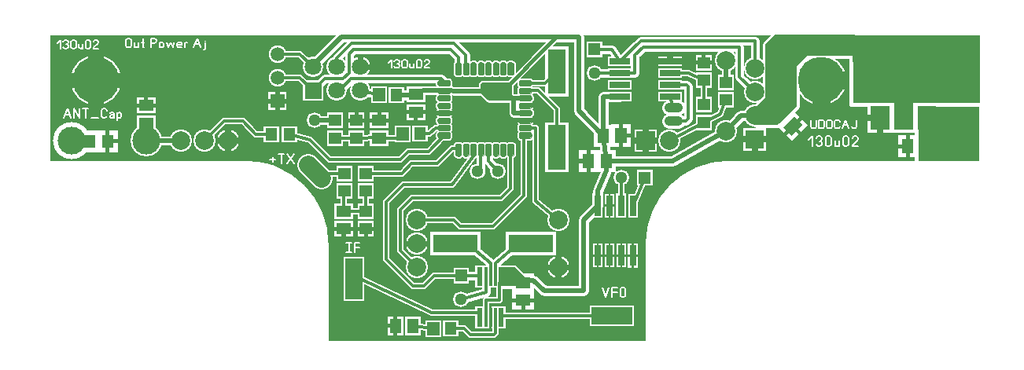
<source format=gbr>
%FSLAX34Y34*%
%MOMM*%
%LNCOPPER_TOP*%
G71*
G01*
%ADD10C, 5.400*%
%ADD11C, 2.400*%
%ADD12R, 3.300X2.200*%
%ADD13R, 2.800X3.300*%
%ADD14C, 2.000*%
%ADD15C, 0.900*%
%ADD16R, 2.600X1.100*%
%ADD17C, 1.600*%
%ADD18C, 0.400*%
%ADD19R, 0.900X0.900*%
%ADD20C, 0.700*%
%ADD21R, 1.000X2.400*%
%ADD22R, 0.700X2.400*%
%ADD23R, 5.400X2.500*%
%ADD24C, 1.680*%
%ADD25C, 0.500*%
%ADD26C, 1.100*%
%ADD27R, 2.000X1.700*%
%ADD28C, 2.200*%
%ADD29R, 1.700X1.800*%
%ADD30C, 4.000*%
%ADD31C, 3.400*%
%ADD32R, 2.100X2.400*%
%ADD33R, 1.800X1.700*%
%ADD34R, 2.300X2.400*%
%ADD35R, 2.400X2.100*%
%ADD36R, 2.500X5.400*%
%ADD37C, 0.175*%
%ADD38C, 2.400*%
%ADD39R, 2.300X4.800*%
%ADD40R, 4.800X2.300*%
%ADD41C, 0.159*%
%ADD42C, 0.191*%
%ADD43C, 1.900*%
%ADD44R, 5.200X3.000*%
%ADD45R, 1.100X2.600*%
%ADD46C, 1.280*%
%ADD47C, 0.800*%
%ADD48R, 1.700X2.000*%
%ADD49C, 0.300*%
%ADD50C, 1.667*%
%ADD51C, 0.667*%
%ADD52C, 0.649*%
%ADD53C, 0.433*%
%ADD54C, 0.600*%
%ADD55C, 0.233*%
%ADD56C, 0.245*%
%ADD57C, 5.000*%
%ADD58C, 2.000*%
%ADD59R, 2.000X2.500*%
%ADD60C, 0.100*%
%ADD61R, 2.200X0.700*%
%ADD62C, 1.000*%
%ADD63C, 0.000*%
%ADD64R, 0.500X0.500*%
%ADD65R, 0.600X2.000*%
%ADD66R, 0.300X2.000*%
%ADD67R, 4.800X1.900*%
%ADD68R, 1.600X1.300*%
%ADD69C, 1.800*%
%ADD70R, 1.300X1.400*%
%ADD71C, 3.000*%
%ADD72R, 1.300X1.600*%
%ADD73R, 1.400X1.300*%
%ADD74R, 1.900X4.800*%
%ADD75R, 1.900X4.400*%
%ADD76R, 4.400X1.900*%
%ADD77C, 1.500*%
%ADD78R, 0.700X2.200*%
%LPD*%
G36*
X-14287Y14684D02*
X1035713Y14684D01*
X1035713Y-365316D01*
X-14287Y-365316D01*
X-14287Y14684D01*
G37*
%LPC*%
X62707Y-62706D02*
G54D10*
D03*
X843757Y-62706D02*
G54D10*
D03*
G36*
X759922Y-138205D02*
X759922Y-114205D01*
X783922Y-114205D01*
X783922Y-138205D01*
X759922Y-138205D01*
G37*
X771923Y-100806D02*
G54D11*
D03*
X771923Y-75406D02*
G54D11*
D03*
X771923Y-50006D02*
G54D11*
D03*
X407988Y-213519D02*
G54D11*
D03*
X560388Y-213519D02*
G54D11*
D03*
X407988Y-238919D02*
G54D11*
D03*
X560388Y-264319D02*
G54D11*
D03*
X407988Y-264319D02*
G54D11*
D03*
X931969Y-45900D02*
G54D12*
D03*
X931969Y-103050D02*
G54D13*
D03*
G36*
X943369Y-86550D02*
X971369Y-86550D01*
X971369Y-119550D01*
X943369Y-119550D01*
X943369Y-86550D01*
G37*
X906569Y-103050D02*
G54D13*
D03*
G54D14*
X931969Y-103050D02*
X931863Y-79772D01*
G36*
X948027Y-148924D02*
X987317Y-148924D01*
X1013114Y-148924D01*
X1013114Y-90980D01*
X948027Y-90980D01*
X948027Y-148924D01*
G37*
G54D15*
X948027Y-148924D02*
X987317Y-148924D01*
X1013114Y-148924D01*
X1013114Y-90980D01*
X948027Y-90980D01*
X948027Y-148924D01*
X681038Y-80169D02*
G54D16*
D03*
X681038Y-67468D02*
G54D16*
D03*
X681038Y-54769D02*
G54D16*
D03*
X681037Y-42069D02*
G54D16*
D03*
X627038Y-42069D02*
G54D16*
D03*
X627038Y-54769D02*
G54D16*
D03*
X627038Y-67469D02*
G54D16*
D03*
X627038Y-80169D02*
G54D16*
D03*
G54D17*
X679610Y-92075D02*
X689610Y-92075D01*
G54D17*
X679610Y-106375D02*
X689610Y-106375D01*
G54D15*
X681038Y-67468D02*
X698501Y-67468D01*
X700485Y-69453D01*
X700485Y-103981D01*
X698104Y-106362D01*
X684610Y-106375D01*
G54D15*
X684866Y-91962D02*
X684610Y-92075D01*
G36*
X531919Y-122673D02*
X529919Y-124673D01*
X518919Y-124674D01*
X517919Y-123673D01*
X517920Y-119674D01*
X518920Y-118674D01*
X529920Y-118674D01*
X531919Y-120673D01*
X531919Y-122673D01*
G37*
G54D18*
X531919Y-122673D02*
X529919Y-124673D01*
X518919Y-124674D01*
X517919Y-123673D01*
X517920Y-119674D01*
X518920Y-118674D01*
X529920Y-118674D01*
X531919Y-120673D01*
X531919Y-122673D01*
G36*
X531919Y-114674D02*
X529919Y-116673D01*
X518919Y-116673D01*
X517919Y-115673D01*
X517919Y-111674D01*
X518919Y-110674D01*
X529919Y-110674D01*
X531920Y-112674D01*
X531919Y-114674D01*
G37*
G54D18*
X531919Y-114674D02*
X529919Y-116673D01*
X518919Y-116673D01*
X517919Y-115673D01*
X517919Y-111674D01*
X518919Y-110674D01*
X529919Y-110674D01*
X531920Y-112674D01*
X531919Y-114674D01*
X523420Y-121674D02*
G54D19*
D03*
X523419Y-113674D02*
G54D19*
D03*
G36*
X531919Y-106673D02*
X529919Y-108674D01*
X518919Y-108674D01*
X517920Y-107674D01*
X517919Y-103674D01*
X518919Y-102674D01*
X529920Y-102673D01*
X531919Y-104673D01*
X531919Y-106673D01*
G37*
G54D18*
X531919Y-106673D02*
X529919Y-108674D01*
X518919Y-108674D01*
X517920Y-107674D01*
X517919Y-103674D01*
X518919Y-102674D01*
X529920Y-102673D01*
X531919Y-104673D01*
X531919Y-106673D01*
G36*
X531919Y-98673D02*
X529919Y-100674D01*
X518919Y-100674D01*
X517919Y-99673D01*
X517920Y-95674D01*
X518919Y-94674D01*
X529920Y-94674D01*
X531919Y-96673D01*
X531919Y-98673D01*
G37*
G54D18*
X531919Y-98673D02*
X529919Y-100674D01*
X518919Y-100674D01*
X517919Y-99673D01*
X517920Y-95674D01*
X518919Y-94674D01*
X529920Y-94674D01*
X531919Y-96673D01*
X531919Y-98673D01*
X523419Y-105674D02*
G54D19*
D03*
X523419Y-97673D02*
G54D19*
D03*
G36*
X531920Y-90674D02*
X529919Y-92674D01*
X518919Y-92673D01*
X517919Y-91673D01*
X517919Y-87674D01*
X518919Y-86674D01*
X529919Y-86674D01*
X531919Y-88674D01*
X531920Y-90674D01*
G37*
G54D18*
X531920Y-90674D02*
X529919Y-92674D01*
X518919Y-92673D01*
X517919Y-91673D01*
X517919Y-87674D01*
X518919Y-86674D01*
X529919Y-86674D01*
X531919Y-88674D01*
X531920Y-90674D01*
G36*
X531920Y-82674D02*
X529919Y-84674D01*
X518920Y-84673D01*
X517920Y-83673D01*
X517919Y-79674D01*
X518920Y-78674D01*
X529919Y-78673D01*
X531919Y-80673D01*
X531920Y-82674D01*
G37*
G54D18*
X531920Y-82674D02*
X529919Y-84674D01*
X518920Y-84673D01*
X517920Y-83673D01*
X517919Y-79674D01*
X518920Y-78674D01*
X529919Y-78673D01*
X531919Y-80673D01*
X531920Y-82674D01*
X523420Y-89673D02*
G54D19*
D03*
X523419Y-81673D02*
G54D19*
D03*
G36*
X531919Y-74674D02*
X529919Y-76674D01*
X518919Y-76674D01*
X517919Y-75674D01*
X517920Y-71674D01*
X518920Y-70674D01*
X529919Y-70674D01*
X531919Y-72674D01*
X531919Y-74674D01*
G37*
G54D18*
X531919Y-74674D02*
X529919Y-76674D01*
X518919Y-76674D01*
X517919Y-75674D01*
X517920Y-71674D01*
X518920Y-70674D01*
X529919Y-70674D01*
X531919Y-72674D01*
X531919Y-74674D01*
G36*
X531919Y-66674D02*
X529919Y-68673D01*
X518919Y-68673D01*
X517919Y-67673D01*
X517919Y-63674D01*
X518919Y-62674D01*
X529920Y-62674D01*
X531919Y-64673D01*
X531919Y-66674D01*
G37*
G54D18*
X531919Y-66674D02*
X529919Y-68673D01*
X518919Y-68673D01*
X517919Y-67673D01*
X517919Y-63674D01*
X518919Y-62674D01*
X529920Y-62674D01*
X531919Y-64673D01*
X531919Y-66674D01*
X523419Y-73674D02*
G54D19*
D03*
X523419Y-65674D02*
G54D19*
D03*
G36*
X451919Y-144674D02*
X449919Y-142673D01*
X449919Y-131674D01*
X450919Y-130673D01*
X454919Y-130674D01*
X455919Y-131673D01*
X455920Y-142673D01*
X453920Y-144674D01*
X451919Y-144674D01*
G37*
G54D18*
X451919Y-144674D02*
X449919Y-142673D01*
X449919Y-131674D01*
X450919Y-130673D01*
X454919Y-130674D01*
X455919Y-131673D01*
X455920Y-142673D01*
X453920Y-144674D01*
X451919Y-144674D01*
G36*
X459919Y-144674D02*
X457919Y-142673D01*
X457919Y-131673D01*
X458919Y-130673D01*
X462920Y-130673D01*
X463919Y-131674D01*
X463919Y-142674D01*
X461919Y-144674D01*
X459919Y-144674D01*
G37*
G54D18*
X459919Y-144674D02*
X457919Y-142673D01*
X457919Y-131673D01*
X458919Y-130673D01*
X462920Y-130673D01*
X463919Y-131674D01*
X463919Y-142674D01*
X461919Y-144674D01*
X459919Y-144674D01*
X452919Y-136173D02*
G54D19*
D03*
X460919Y-136173D02*
G54D19*
D03*
G36*
X467919Y-144674D02*
X465919Y-142673D01*
X465920Y-131673D01*
X466919Y-130673D01*
X470920Y-130674D01*
X471919Y-131674D01*
X471919Y-142674D01*
X469919Y-144673D01*
X467919Y-144674D01*
G37*
G54D18*
X467919Y-144674D02*
X465919Y-142673D01*
X465920Y-131673D01*
X466919Y-130673D01*
X470920Y-130674D01*
X471919Y-131674D01*
X471919Y-142674D01*
X469919Y-144673D01*
X467919Y-144674D01*
G36*
X475919Y-144674D02*
X473919Y-142673D01*
X473920Y-131673D01*
X474919Y-130673D01*
X478919Y-130673D01*
X479920Y-131673D01*
X479919Y-142673D01*
X477919Y-144674D01*
X475919Y-144674D01*
G37*
G54D18*
X475919Y-144674D02*
X473919Y-142673D01*
X473920Y-131673D01*
X474919Y-130673D01*
X478919Y-130673D01*
X479920Y-131673D01*
X479919Y-142673D01*
X477919Y-144674D01*
X475919Y-144674D01*
X468919Y-136173D02*
G54D19*
D03*
X476919Y-136174D02*
G54D19*
D03*
G36*
X483919Y-144674D02*
X481919Y-142674D01*
X481920Y-131673D01*
X482919Y-130673D01*
X486920Y-130673D01*
X487920Y-131674D01*
X487919Y-142674D01*
X485919Y-144674D01*
X483919Y-144674D01*
G37*
G54D18*
X483919Y-144674D02*
X481919Y-142674D01*
X481920Y-131673D01*
X482919Y-130673D01*
X486920Y-130673D01*
X487920Y-131674D01*
X487919Y-142674D01*
X485919Y-144674D01*
X483919Y-144674D01*
G36*
X491919Y-144673D02*
X489919Y-142673D01*
X489919Y-131673D01*
X490920Y-130673D01*
X494920Y-130674D01*
X495919Y-131674D01*
X495919Y-142673D01*
X493920Y-144673D01*
X491919Y-144673D01*
G37*
G54D18*
X491919Y-144673D02*
X489919Y-142673D01*
X489919Y-131673D01*
X490920Y-130673D01*
X494920Y-130674D01*
X495919Y-131674D01*
X495919Y-142673D01*
X493920Y-144673D01*
X491919Y-144673D01*
X484920Y-136174D02*
G54D19*
D03*
X492920Y-136174D02*
G54D19*
D03*
G36*
X499920Y-144674D02*
X497919Y-142673D01*
X497919Y-131674D01*
X498919Y-130674D01*
X502919Y-130673D01*
X503919Y-131674D01*
X503919Y-142673D01*
X501919Y-144674D01*
X499920Y-144674D01*
G37*
G54D18*
X499920Y-144674D02*
X497919Y-142673D01*
X497919Y-131674D01*
X498919Y-130674D01*
X502919Y-130673D01*
X503919Y-131674D01*
X503919Y-142673D01*
X501919Y-144674D01*
X499920Y-144674D01*
G36*
X507919Y-144674D02*
X505919Y-142674D01*
X505920Y-131674D01*
X506920Y-130674D01*
X510919Y-130673D01*
X511919Y-131674D01*
X511919Y-142674D01*
X509919Y-144674D01*
X507919Y-144674D01*
G37*
G54D18*
X507919Y-144674D02*
X505919Y-142674D01*
X505920Y-131674D01*
X506920Y-130674D01*
X510919Y-130673D01*
X511919Y-131674D01*
X511919Y-142674D01*
X509919Y-144674D01*
X507919Y-144674D01*
X500919Y-136174D02*
G54D19*
D03*
X508919Y-136173D02*
G54D19*
D03*
G36*
X429919Y-64673D02*
X431919Y-62674D01*
X442919Y-62674D01*
X443919Y-63674D01*
X443919Y-67674D01*
X442920Y-68673D01*
X431919Y-68674D01*
X429920Y-66674D01*
X429919Y-64673D01*
G37*
G54D18*
X429919Y-64673D02*
X431919Y-62674D01*
X442919Y-62674D01*
X443919Y-63674D01*
X443919Y-67674D01*
X442920Y-68673D01*
X431919Y-68674D01*
X429920Y-66674D01*
X429919Y-64673D01*
G36*
X429920Y-72674D02*
X431919Y-70673D01*
X442919Y-70674D01*
X443920Y-71674D01*
X443919Y-75674D01*
X442920Y-76673D01*
X431920Y-76673D01*
X429920Y-74673D01*
X429920Y-72674D01*
G37*
G54D18*
X429920Y-72674D02*
X431919Y-70673D01*
X442919Y-70674D01*
X443920Y-71674D01*
X443919Y-75674D01*
X442920Y-76673D01*
X431920Y-76673D01*
X429920Y-74673D01*
X429920Y-72674D01*
G36*
X433919Y-61174D02*
X442919Y-61173D01*
X442920Y-70173D01*
X433920Y-70174D01*
X433919Y-61174D01*
G37*
G36*
X433919Y-69174D02*
X442919Y-69173D01*
X442920Y-78173D01*
X433920Y-78174D01*
X433919Y-69174D01*
G37*
G36*
X429919Y-80674D02*
X431919Y-78674D01*
X442919Y-78674D01*
X443919Y-79674D01*
X443919Y-83673D01*
X442919Y-84674D01*
X431919Y-84674D01*
X429919Y-82673D01*
X429919Y-80674D01*
G37*
G54D18*
X429919Y-80674D02*
X431919Y-78674D01*
X442919Y-78674D01*
X443919Y-79674D01*
X443919Y-83673D01*
X442919Y-84674D01*
X431919Y-84674D01*
X429919Y-82673D01*
X429919Y-80674D01*
G36*
X429920Y-88673D02*
X431919Y-86674D01*
X442919Y-86674D01*
X443919Y-87674D01*
X443919Y-91674D01*
X442920Y-92673D01*
X431919Y-92674D01*
X429920Y-90674D01*
X429920Y-88673D01*
G37*
G54D18*
X429920Y-88673D02*
X431919Y-86674D01*
X442919Y-86674D01*
X443919Y-87674D01*
X443919Y-91674D01*
X442920Y-92673D01*
X431919Y-92674D01*
X429920Y-90674D01*
X429920Y-88673D01*
X438420Y-81674D02*
G54D19*
D03*
X438419Y-89674D02*
G54D19*
D03*
G36*
X429920Y-96674D02*
X431919Y-94673D01*
X442919Y-94673D01*
X443919Y-95673D01*
X443920Y-99674D01*
X442919Y-100674D01*
X431919Y-100673D01*
X429920Y-98674D01*
X429920Y-96674D01*
G37*
G54D18*
X429920Y-96674D02*
X431919Y-94673D01*
X442919Y-94673D01*
X443919Y-95673D01*
X443920Y-99674D01*
X442919Y-100674D01*
X431919Y-100673D01*
X429920Y-98674D01*
X429920Y-96674D01*
G36*
X429919Y-104674D02*
X431919Y-102674D01*
X442919Y-102674D01*
X443919Y-103674D01*
X443919Y-107673D01*
X442919Y-108674D01*
X431919Y-108674D01*
X429919Y-106673D01*
X429919Y-104674D01*
G37*
G54D18*
X429919Y-104674D02*
X431919Y-102674D01*
X442919Y-102674D01*
X443919Y-103674D01*
X443919Y-107673D01*
X442919Y-108674D01*
X431919Y-108674D01*
X429919Y-106673D01*
X429919Y-104674D01*
X438419Y-97673D02*
G54D19*
D03*
X438419Y-105673D02*
G54D19*
D03*
G36*
X429920Y-112674D02*
X431919Y-110673D01*
X442919Y-110674D01*
X443919Y-111674D01*
X443919Y-115673D01*
X442920Y-116673D01*
X431919Y-116673D01*
X429919Y-114674D01*
X429920Y-112674D01*
G37*
G54D18*
X429920Y-112674D02*
X431919Y-110673D01*
X442919Y-110674D01*
X443919Y-111674D01*
X443919Y-115673D01*
X442920Y-116673D01*
X431919Y-116673D01*
X429919Y-114674D01*
X429920Y-112674D01*
G36*
X429920Y-120674D02*
X431919Y-118673D01*
X442919Y-118674D01*
X443919Y-119673D01*
X443919Y-123673D01*
X442920Y-124673D01*
X431919Y-124674D01*
X429920Y-122673D01*
X429920Y-120674D01*
G37*
G54D18*
X429920Y-120674D02*
X431919Y-118673D01*
X442919Y-118674D01*
X443919Y-119673D01*
X443919Y-123673D01*
X442920Y-124673D01*
X431919Y-124674D01*
X429920Y-122673D01*
X429920Y-120674D01*
G36*
X433919Y-109174D02*
X442919Y-109174D01*
X442919Y-118174D01*
X433919Y-118174D01*
X433919Y-109174D01*
G37*
X438419Y-121673D02*
G54D19*
D03*
G36*
X509919Y-42674D02*
X511919Y-44674D01*
X511919Y-55673D01*
X510919Y-56673D01*
X506919Y-56673D01*
X505919Y-55673D01*
X505919Y-44673D01*
X507919Y-42674D01*
X509919Y-42674D01*
G37*
G54D18*
X509919Y-42674D02*
X511919Y-44674D01*
X511919Y-55673D01*
X510919Y-56673D01*
X506919Y-56673D01*
X505919Y-55673D01*
X505919Y-44673D01*
X507919Y-42674D01*
X509919Y-42674D01*
G36*
X501920Y-42674D02*
X503919Y-44674D01*
X503919Y-55673D01*
X502920Y-56674D01*
X498919Y-56673D01*
X497919Y-55673D01*
X497919Y-44673D01*
X499920Y-42673D01*
X501920Y-42674D01*
G37*
G54D18*
X501920Y-42674D02*
X503919Y-44674D01*
X503919Y-55673D01*
X502920Y-56674D01*
X498919Y-56673D01*
X497919Y-55673D01*
X497919Y-44673D01*
X499920Y-42673D01*
X501920Y-42674D01*
X508920Y-51174D02*
G54D19*
D03*
X500920Y-51174D02*
G54D19*
D03*
G36*
X493920Y-42673D02*
X495919Y-44673D01*
X495919Y-55674D01*
X494919Y-56674D01*
X490920Y-56673D01*
X489920Y-55674D01*
X489919Y-44674D01*
X491919Y-42674D01*
X493920Y-42673D01*
G37*
G54D18*
X493920Y-42673D02*
X495919Y-44673D01*
X495919Y-55674D01*
X494919Y-56674D01*
X490920Y-56673D01*
X489920Y-55674D01*
X489919Y-44674D01*
X491919Y-42674D01*
X493920Y-42673D01*
G36*
X485920Y-42674D02*
X487919Y-44674D01*
X487919Y-55674D01*
X486920Y-56673D01*
X482919Y-56674D01*
X481919Y-55673D01*
X481920Y-44673D01*
X483919Y-42674D01*
X485920Y-42674D01*
G37*
G54D18*
X485920Y-42674D02*
X487919Y-44674D01*
X487919Y-55674D01*
X486920Y-56673D01*
X482919Y-56674D01*
X481919Y-55673D01*
X481920Y-44673D01*
X483919Y-42674D01*
X485920Y-42674D01*
X492919Y-51173D02*
G54D19*
D03*
X484919Y-51174D02*
G54D19*
D03*
G36*
X477919Y-42674D02*
X479920Y-44674D01*
X479920Y-55674D01*
X478919Y-56674D01*
X474919Y-56673D01*
X473919Y-55674D01*
X473919Y-44674D01*
X475919Y-42674D01*
X477919Y-42674D01*
G37*
G54D18*
X477919Y-42674D02*
X479920Y-44674D01*
X479920Y-55674D01*
X478919Y-56674D01*
X474919Y-56673D01*
X473919Y-55674D01*
X473919Y-44674D01*
X475919Y-42674D01*
X477919Y-42674D01*
G36*
X469920Y-42674D02*
X471919Y-44673D01*
X471919Y-55673D01*
X470919Y-56673D01*
X466920Y-56673D01*
X465919Y-55674D01*
X465919Y-44674D01*
X467920Y-42674D01*
X469920Y-42674D01*
G37*
G54D18*
X469920Y-42674D02*
X471919Y-44673D01*
X471919Y-55673D01*
X470919Y-56673D01*
X466920Y-56673D01*
X465919Y-55674D01*
X465919Y-44674D01*
X467920Y-42674D01*
X469920Y-42674D01*
X476919Y-51173D02*
G54D19*
D03*
X468919Y-51173D02*
G54D19*
D03*
G36*
X461919Y-42674D02*
X463919Y-44674D01*
X463919Y-55673D01*
X462920Y-56673D01*
X458919Y-56674D01*
X457919Y-55673D01*
X457920Y-44673D01*
X459919Y-42674D01*
X461919Y-42674D01*
G37*
G54D18*
X461919Y-42674D02*
X463919Y-44674D01*
X463919Y-55673D01*
X462920Y-56673D01*
X458919Y-56674D01*
X457919Y-55673D01*
X457920Y-44673D01*
X459919Y-42674D01*
X461919Y-42674D01*
G36*
X453920Y-42674D02*
X455919Y-44674D01*
X455919Y-55674D01*
X454919Y-56673D01*
X450919Y-56674D01*
X449919Y-55674D01*
X449919Y-44674D01*
X451919Y-42673D01*
X453920Y-42674D01*
G37*
G54D18*
X453920Y-42674D02*
X455919Y-44674D01*
X455919Y-55674D01*
X454919Y-56673D01*
X450919Y-56674D01*
X449919Y-55674D01*
X449919Y-44674D01*
X451919Y-42673D01*
X453920Y-42674D01*
X460920Y-51174D02*
G54D19*
D03*
X452920Y-51174D02*
G54D19*
D03*
G54D20*
X482408Y-308812D02*
X482408Y-299684D01*
X497489Y-299684D01*
X497489Y-281031D01*
X499077Y-318338D02*
G54D21*
D03*
X492490Y-318337D02*
G54D22*
D03*
X487490Y-318337D02*
G54D22*
D03*
X482489Y-318337D02*
G54D22*
D03*
X492489Y-274337D02*
G54D22*
D03*
X487490Y-274337D02*
G54D22*
D03*
X482490Y-274337D02*
G54D22*
D03*
X476058Y-318338D02*
G54D21*
D03*
X499077Y-274284D02*
G54D21*
D03*
X476058Y-274284D02*
G54D21*
D03*
X531298Y-238600D02*
G54D23*
D03*
X449542Y-238599D02*
G54D23*
D03*
G54D15*
X681038Y-80169D02*
X684610Y-92075D01*
G54D15*
X627038Y-54769D02*
X642938Y-54769D01*
X642938Y-35322D01*
X651670Y-26590D01*
X755254Y-26590D01*
X755254Y-58737D01*
X771923Y-75406D01*
G54D15*
X771923Y-50006D02*
X771923Y-19843D01*
X649288Y-19843D01*
X627038Y-42069D01*
G54D15*
X456010Y-273050D02*
X471649Y-273050D01*
X476058Y-274284D01*
G54D15*
X482601Y-283368D02*
X482601Y-291306D01*
X456010Y-298450D01*
G54D15*
X449542Y-238599D02*
X462438Y-238599D01*
X487363Y-259953D01*
X487363Y-268287D01*
G54D15*
X492523Y-268287D02*
X492523Y-259556D01*
X516732Y-239712D01*
G54D15*
X476919Y-136174D02*
X476919Y-162051D01*
X473473Y-160337D01*
G36*
X447610Y-264650D02*
X464410Y-264650D01*
X464410Y-281450D01*
X447610Y-281450D01*
X447610Y-264650D01*
G37*
X456010Y-298450D02*
G54D24*
D03*
G54D20*
X508919Y-136173D02*
X509316Y-178865D01*
X498873Y-189309D01*
X402829Y-189309D01*
X390128Y-202009D01*
X390129Y-246461D01*
X407988Y-264319D01*
G54D20*
X407988Y-213519D02*
X448074Y-213519D01*
X454423Y-219868D01*
X490538Y-219868D01*
X523479Y-186928D01*
X523479Y-121733D01*
X523420Y-121674D01*
G54D20*
X560388Y-213519D02*
X536179Y-192484D01*
X536179Y-113903D01*
X523649Y-113903D01*
X523420Y-113674D01*
G36*
X607670Y-37697D02*
X590870Y-37697D01*
X590870Y-20897D01*
X607670Y-20897D01*
X607670Y-37697D01*
G37*
X599270Y-54697D02*
G54D24*
D03*
G54D15*
X627038Y-54769D02*
X599270Y-54697D01*
G54D15*
X627038Y-42069D02*
X617935Y-28972D01*
X599596Y-28972D01*
G54D15*
X407170Y-78208D02*
X415004Y-73674D01*
X478090Y-74070D01*
X485776Y-81756D01*
X523105Y-81756D01*
G54D15*
X512366Y-81756D02*
X512366Y-97631D01*
X524273Y-97631D01*
G54D25*
X536179Y-89693D02*
X523420Y-89673D01*
G54D25*
X536973Y-105965D02*
X524273Y-105965D01*
X512366Y-105965D01*
G54D25*
X450057Y-98028D02*
X437357Y-98028D01*
X425451Y-98028D01*
G54D26*
X627038Y-80169D02*
X608807Y-80168D01*
X608808Y-122237D01*
X407170Y-77812D02*
G54D27*
D03*
X407170Y-96811D02*
G54D27*
D03*
G54D26*
X516262Y-278106D02*
X533695Y-278106D01*
X545307Y-289718D01*
X587376Y-289718D01*
X587376Y-213122D01*
X602854Y-197618D01*
X602853Y-181372D01*
X611981Y-159544D01*
X611983Y-149621D01*
X608808Y-122237D01*
G54D26*
X771923Y-100806D02*
X756841Y-100806D01*
X740644Y-117340D01*
X720726Y-128190D01*
X683420Y-149622D01*
X611983Y-149621D01*
G36*
X285717Y-62758D02*
X307717Y-62758D01*
X307717Y-84758D01*
X285717Y-84758D01*
X285717Y-62758D01*
G37*
X296717Y-48358D02*
G54D28*
D03*
X322117Y-73758D02*
G54D28*
D03*
X322117Y-48358D02*
G54D28*
D03*
X347517Y-73758D02*
G54D28*
D03*
X347518Y-48358D02*
G54D28*
D03*
X495697Y-160337D02*
G54D24*
D03*
G54D15*
X484920Y-136174D02*
X484920Y-149956D01*
X495697Y-160337D01*
G54D15*
X452920Y-51174D02*
X453209Y-37680D01*
X444898Y-29368D01*
X339726Y-29368D01*
X334963Y-34131D01*
X334963Y-54372D01*
X328216Y-61118D01*
X309357Y-61118D01*
X296717Y-73758D01*
G54D15*
X322117Y-48358D02*
X322117Y-38642D01*
X338138Y-22622D01*
X448073Y-22622D01*
X460773Y-35322D01*
X460920Y-51174D01*
G54D15*
X322117Y-73758D02*
X328216Y-70246D01*
X336948Y-61118D01*
X434261Y-61118D01*
X438419Y-65277D01*
G54D26*
X296717Y-48358D02*
X296717Y-46183D01*
X327026Y-15875D01*
X582216Y-15875D01*
X582216Y-95646D01*
X608808Y-122237D01*
G36*
X359057Y-69185D02*
X376057Y-69185D01*
X376057Y-87185D01*
X359057Y-87185D01*
X359057Y-69185D01*
G37*
X386557Y-78185D02*
G54D29*
D03*
G54D15*
X347517Y-73758D02*
X367557Y-78185D01*
G54D26*
X386557Y-78185D02*
X406772Y-78210D01*
X407170Y-77812D01*
G54D15*
X1017985Y-8732D02*
X8335Y-8732D01*
G54D15*
X1018382Y-153988D02*
X744141Y-153919D01*
G54D15*
X1018382Y-8731D02*
X1018382Y-153988D01*
G54D15*
G75*
G01X744141Y-153919D02*
G03X659141Y-238919I0J-85000D01*
G01*
G54D15*
X659210Y-238919D02*
X659210Y-347663D01*
G54D15*
X659210Y-347663D02*
X308441Y-347663D01*
G54D15*
G75*
G01X308441Y-238919D02*
G03X223441Y-153919I-85000J0D01*
G01*
G54D15*
X308441Y-238919D02*
X308441Y-347663D01*
G54D15*
X8335Y-8732D02*
X8335Y-153988D01*
G54D15*
X8335Y-153988D02*
X223372Y-153988D01*
X223441Y-153919D01*
X36682Y-127793D02*
G54D30*
D03*
X116682Y-127793D02*
G54D31*
D03*
X154385Y-127793D02*
G54D11*
D03*
X179785Y-127793D02*
G54D11*
D03*
X205186Y-127793D02*
G54D11*
D03*
X116659Y-108718D02*
G54D27*
D03*
X116659Y-89718D02*
G54D27*
D03*
G54D15*
X116682Y-127793D02*
X154385Y-127793D01*
X608808Y-122237D02*
G54D32*
D03*
G36*
X617307Y-110237D02*
X638307Y-110237D01*
X638308Y-134237D01*
X617308Y-134237D01*
X617307Y-110237D01*
G37*
G36*
X800771Y-82544D02*
X815620Y-97393D01*
X798650Y-114364D01*
X783800Y-99515D01*
X800771Y-82544D01*
G37*
G36*
X814206Y-95979D02*
X829055Y-110829D01*
X812084Y-127799D01*
X797235Y-112950D01*
X814206Y-95979D01*
G37*
X955561Y-133905D02*
G54D32*
D03*
X936562Y-133905D02*
G54D32*
D03*
G36*
X666523Y-115658D02*
X666523Y-139658D01*
X642523Y-139658D01*
X642523Y-115658D01*
X666523Y-115658D01*
G37*
X679923Y-127659D02*
G54D11*
D03*
G54D20*
X270618Y-121046D02*
X293291Y-127000D01*
X314326Y-148034D01*
X390129Y-148034D01*
X398860Y-139303D01*
X420688Y-139303D01*
X438151Y-121840D01*
X270618Y-121046D02*
G54D29*
D03*
X251618Y-121046D02*
G54D29*
D03*
X473473Y-160337D02*
G54D24*
D03*
G54D20*
X456010Y-273050D02*
X427038Y-273050D01*
X415926Y-284162D01*
X404020Y-284162D01*
X375444Y-255587D01*
X375444Y-193675D01*
X394098Y-175022D01*
X446486Y-175022D01*
X468709Y-145256D01*
X468919Y-136173D01*
X320376Y-124870D02*
G54D33*
D03*
X320376Y-105870D02*
G54D33*
D03*
X56357Y-128190D02*
G54D34*
D03*
X75357Y-128190D02*
G54D34*
D03*
X343393Y-124921D02*
G54D33*
D03*
X343393Y-105922D02*
G54D33*
D03*
G54D20*
X367206Y-124523D02*
X343393Y-124921D01*
X320376Y-124870D01*
X353194Y-182141D02*
G54D33*
D03*
X353194Y-163141D02*
G54D33*
D03*
X522661Y-280615D02*
G54D35*
D03*
X522661Y-299614D02*
G54D35*
D03*
G54D26*
X499191Y-281764D02*
X518241Y-281764D01*
G36*
X546592Y-107838D02*
X571592Y-107837D01*
X571593Y-161837D01*
X546593Y-161838D01*
X546592Y-107838D01*
G37*
X559092Y-53081D02*
G54D36*
D03*
G54D20*
X523419Y-65674D02*
X546500Y-65674D01*
X559092Y-53081D01*
G54D20*
X523419Y-73674D02*
X538812Y-73674D01*
X559198Y-94059D01*
X559198Y-134732D01*
X559092Y-134838D01*
X367602Y-124920D02*
G54D27*
D03*
X367602Y-105921D02*
G54D27*
D03*
X611983Y-149621D02*
G54D32*
D03*
X592983Y-149621D02*
G54D32*
D03*
G54D37*
X28354Y-102950D02*
X32020Y-93172D01*
X35687Y-102950D01*
G54D37*
X29820Y-99283D02*
X34220Y-99283D01*
G54D37*
X39108Y-102950D02*
X39108Y-93172D01*
X44975Y-102950D01*
X44975Y-93172D01*
G54D37*
X51331Y-102950D02*
X51331Y-93172D01*
G54D37*
X48398Y-93172D02*
X54264Y-93172D01*
G54D37*
X57686Y-102950D02*
X65020Y-102950D01*
G54D37*
X74308Y-101116D02*
X73575Y-102339D01*
X72108Y-102950D01*
X70642Y-102950D01*
X69175Y-102339D01*
X68442Y-101116D01*
X68442Y-95005D01*
X69175Y-93783D01*
X70642Y-93172D01*
X72108Y-93172D01*
X73575Y-93783D01*
X74308Y-95005D01*
G54D37*
X77730Y-98061D02*
X79197Y-97450D01*
X80957Y-97450D01*
X82130Y-98672D01*
X82130Y-102950D01*
G54D37*
X82130Y-101116D02*
X81397Y-99894D01*
X79930Y-99650D01*
X78464Y-99894D01*
X77730Y-101116D01*
X78024Y-102339D01*
X79197Y-102950D01*
X79930Y-102950D01*
X80224Y-102950D01*
X81397Y-102339D01*
X82130Y-101116D01*
G54D37*
X85552Y-97450D02*
X85552Y-105394D01*
G54D37*
X85552Y-101116D02*
X86286Y-102705D01*
X87752Y-102950D01*
X89219Y-102705D01*
X89952Y-101483D01*
X89952Y-99039D01*
X89219Y-97816D01*
X87752Y-97450D01*
X86286Y-97816D01*
X85552Y-99283D01*
G54D37*
X100498Y-19202D02*
X100498Y-25313D01*
X99765Y-26536D01*
X98298Y-27147D01*
X96832Y-27147D01*
X95365Y-26536D01*
X94632Y-25313D01*
X94632Y-19202D01*
X95365Y-17980D01*
X96832Y-17369D01*
X98298Y-17369D01*
X99765Y-17980D01*
X100498Y-19202D01*
G54D37*
X108321Y-21647D02*
X108321Y-27147D01*
G54D37*
X108321Y-25924D02*
X107587Y-26902D01*
X106121Y-27147D01*
X104654Y-26902D01*
X103921Y-25924D01*
X103921Y-21647D01*
G54D37*
X113209Y-17369D02*
X113209Y-26536D01*
X113943Y-27147D01*
X114676Y-26902D01*
G54D37*
X111743Y-21647D02*
X114676Y-21647D01*
G54D37*
X121667Y-27147D02*
X121667Y-17369D01*
X125333Y-17369D01*
X126800Y-17980D01*
X127533Y-19202D01*
X127533Y-20424D01*
X126800Y-21647D01*
X125333Y-22258D01*
X121667Y-22258D01*
G54D37*
X135356Y-25680D02*
X135356Y-23236D01*
X134622Y-22013D01*
X133156Y-21647D01*
X131689Y-22013D01*
X130956Y-23236D01*
X130956Y-25680D01*
X131689Y-26902D01*
X133156Y-27147D01*
X134622Y-26902D01*
X135356Y-25680D01*
G54D37*
X138778Y-21647D02*
X140978Y-27147D01*
X143178Y-21647D01*
X145378Y-27147D01*
X146844Y-21647D01*
G54D37*
X154667Y-26536D02*
X153493Y-27147D01*
X152027Y-27147D01*
X150560Y-26536D01*
X150267Y-25313D01*
X150267Y-23236D01*
X151000Y-22013D01*
X152467Y-21647D01*
X153933Y-22013D01*
X154667Y-22869D01*
X154667Y-24091D01*
X150267Y-24091D01*
G54D37*
X158089Y-27147D02*
X158089Y-21647D01*
G54D37*
X158089Y-22869D02*
X159555Y-21647D01*
X161022Y-21647D01*
G54D37*
X168013Y-27147D02*
X171679Y-17369D01*
X175346Y-27147D01*
G54D37*
X169479Y-23480D02*
X173879Y-23480D01*
G54D37*
X180234Y-19813D02*
X180234Y-19813D01*
G54D37*
X178768Y-29591D02*
X179501Y-29591D01*
X180234Y-28613D01*
X180234Y-21647D01*
G54D38*
X305521Y-168202D02*
X291379Y-154060D01*
X330203Y-163116D02*
G54D33*
D03*
X330203Y-182115D02*
G54D33*
D03*
X353220Y-203648D02*
G54D33*
D03*
X353220Y-222647D02*
G54D33*
D03*
X329407Y-203647D02*
G54D27*
D03*
X329407Y-222646D02*
G54D27*
D03*
G54D37*
X250207Y-147884D02*
X256073Y-147884D01*
G54D37*
X253140Y-145440D02*
X253140Y-150329D01*
G54D37*
X262429Y-152162D02*
X262429Y-142384D01*
G54D37*
X259496Y-142384D02*
X265362Y-142384D01*
G54D37*
X268785Y-142384D02*
X276118Y-152162D01*
G54D37*
X268785Y-152162D02*
X276118Y-142384D01*
X1004491Y-103187D02*
G54D24*
D03*
X298450Y-105568D02*
G54D24*
D03*
G54D20*
X353220Y-203648D02*
X353194Y-182141D01*
G54D20*
X353220Y-203648D02*
X329777Y-204016D01*
X329407Y-203647D01*
X329412Y-182906D01*
X330203Y-182116D01*
G54D20*
X330203Y-163115D02*
X305594Y-163116D01*
G54D15*
X298450Y-105568D02*
X320376Y-105870D01*
X340123Y-276622D02*
G54D39*
D03*
G54D20*
X476251Y-312737D02*
X423863Y-312737D01*
X340123Y-273050D01*
X617935Y-316706D02*
G54D40*
D03*
G54D20*
X499270Y-316706D02*
X617538Y-316706D01*
X619126Y-318293D01*
G54D20*
X353194Y-163090D02*
X391716Y-163115D01*
X402432Y-152400D01*
X430213Y-152400D01*
X446485Y-136128D01*
X452919Y-136173D01*
G54D20*
X251618Y-121046D02*
X234951Y-121046D01*
X220663Y-106759D01*
X200820Y-106759D01*
X179785Y-127793D01*
G54D41*
X21035Y-22622D02*
X24368Y-19289D01*
X24368Y-28178D01*
G54D41*
X27479Y-20956D02*
X28146Y-19844D01*
X29479Y-19289D01*
X30812Y-19289D01*
X32146Y-19844D01*
X32812Y-20956D01*
X32812Y-22067D01*
X32146Y-23178D01*
X30812Y-23733D01*
X32146Y-24289D01*
X32812Y-25400D01*
X32812Y-26511D01*
X32146Y-27622D01*
X30812Y-28178D01*
X29479Y-28178D01*
X28146Y-27622D01*
X27479Y-26511D01*
G54D41*
X41256Y-20956D02*
X41256Y-26511D01*
X40590Y-27622D01*
X39256Y-28178D01*
X37923Y-28178D01*
X36590Y-27622D01*
X35923Y-26511D01*
X35923Y-20956D01*
X36590Y-19844D01*
X37923Y-19289D01*
X39256Y-19289D01*
X40590Y-19844D01*
X41256Y-20956D01*
G54D41*
X48367Y-23178D02*
X48367Y-28178D01*
G54D41*
X48367Y-27067D02*
X47700Y-27956D01*
X46367Y-28178D01*
X45034Y-27956D01*
X44367Y-27067D01*
X44367Y-23178D01*
G54D41*
X56812Y-20956D02*
X56812Y-26511D01*
X56145Y-27622D01*
X54812Y-28178D01*
X53478Y-28178D01*
X52145Y-27622D01*
X51478Y-26511D01*
X51478Y-20956D01*
X52145Y-19844D01*
X53478Y-19289D01*
X54812Y-19289D01*
X56145Y-19844D01*
X56812Y-20956D01*
G54D41*
X65256Y-28178D02*
X59922Y-28178D01*
X59922Y-27622D01*
X60589Y-26511D01*
X64589Y-23178D01*
X65256Y-22067D01*
X65256Y-20956D01*
X64589Y-19844D01*
X63256Y-19289D01*
X61922Y-19289D01*
X60589Y-19844D01*
X59922Y-20956D01*
G54D41*
X377429Y-43657D02*
X380762Y-40323D01*
X380762Y-49212D01*
G54D41*
X383873Y-41990D02*
X384540Y-40879D01*
X385873Y-40323D01*
X387206Y-40323D01*
X388540Y-40879D01*
X389206Y-41990D01*
X389206Y-43101D01*
X388540Y-44212D01*
X387206Y-44768D01*
X388540Y-45323D01*
X389206Y-46434D01*
X389206Y-47545D01*
X388540Y-48657D01*
X387206Y-49212D01*
X385873Y-49212D01*
X384540Y-48657D01*
X383873Y-47545D01*
G54D41*
X397650Y-41990D02*
X397650Y-47545D01*
X396984Y-48657D01*
X395650Y-49212D01*
X394317Y-49212D01*
X392984Y-48657D01*
X392317Y-47545D01*
X392317Y-41990D01*
X392984Y-40879D01*
X394317Y-40323D01*
X395650Y-40323D01*
X396984Y-40879D01*
X397650Y-41990D01*
G54D41*
X404761Y-44212D02*
X404761Y-49212D01*
G54D41*
X404761Y-48101D02*
X404094Y-48990D01*
X402761Y-49212D01*
X401428Y-48990D01*
X400761Y-48101D01*
X400761Y-44212D01*
G54D41*
X413205Y-41990D02*
X413205Y-47545D01*
X412538Y-48657D01*
X411205Y-49212D01*
X409872Y-49212D01*
X408538Y-48657D01*
X407872Y-47545D01*
X407872Y-41990D01*
X408538Y-40879D01*
X409872Y-40323D01*
X411205Y-40323D01*
X412538Y-40879D01*
X413205Y-41990D01*
G54D41*
X421649Y-49212D02*
X416316Y-49212D01*
X416316Y-48657D01*
X416983Y-47545D01*
X420983Y-44212D01*
X421649Y-43101D01*
X421649Y-41990D01*
X420983Y-40879D01*
X419649Y-40323D01*
X418316Y-40323D01*
X416983Y-40879D01*
X416316Y-41990D01*
G54D42*
X830205Y-126778D02*
X834205Y-122778D01*
X834205Y-133445D01*
G54D42*
X837938Y-124778D02*
X838738Y-123445D01*
X840338Y-122778D01*
X841938Y-122778D01*
X843538Y-123445D01*
X844338Y-124778D01*
X844338Y-126112D01*
X843538Y-127445D01*
X841938Y-128112D01*
X843538Y-128778D01*
X844338Y-130112D01*
X844338Y-131445D01*
X843538Y-132778D01*
X841938Y-133445D01*
X840338Y-133445D01*
X838738Y-132778D01*
X837938Y-131445D01*
G54D42*
X854471Y-124778D02*
X854471Y-131445D01*
X853671Y-132778D01*
X852071Y-133445D01*
X850471Y-133445D01*
X848871Y-132778D01*
X848071Y-131445D01*
X848071Y-124778D01*
X848871Y-123445D01*
X850471Y-122778D01*
X852071Y-122778D01*
X853671Y-123445D01*
X854471Y-124778D01*
G54D42*
X863004Y-127445D02*
X863004Y-133445D01*
G54D42*
X863004Y-132112D02*
X862204Y-133178D01*
X860604Y-133445D01*
X859004Y-133178D01*
X858204Y-132112D01*
X858204Y-127445D01*
G54D42*
X873137Y-124778D02*
X873137Y-131445D01*
X872337Y-132778D01*
X870737Y-133445D01*
X869137Y-133445D01*
X867537Y-132778D01*
X866737Y-131445D01*
X866737Y-124778D01*
X867537Y-123445D01*
X869137Y-122778D01*
X870737Y-122778D01*
X872337Y-123445D01*
X873137Y-124778D01*
G54D42*
X883270Y-133445D02*
X876870Y-133445D01*
X876870Y-132778D01*
X877670Y-131445D01*
X882470Y-127445D01*
X883270Y-126112D01*
X883270Y-124778D01*
X882470Y-123445D01*
X880870Y-122778D01*
X879270Y-122778D01*
X877670Y-123445D01*
X876870Y-124778D01*
G36*
X248543Y-94395D02*
X248543Y-75395D01*
X267543Y-75395D01*
X267543Y-94395D01*
X248543Y-94395D01*
G37*
X258043Y-59495D02*
G54D43*
D03*
X258043Y-34095D02*
G54D43*
D03*
G54D20*
X258043Y-34095D02*
X282454Y-34095D01*
X296717Y-48358D01*
G54D20*
X258043Y-59495D02*
X282454Y-59495D01*
X296717Y-73758D01*
X716852Y-62612D02*
G54D33*
D03*
X716852Y-43613D02*
G54D33*
D03*
X716880Y-107828D02*
G54D33*
D03*
X716880Y-88828D02*
G54D33*
D03*
G54D20*
X681038Y-54769D02*
X700139Y-54769D01*
X716852Y-62612D01*
X741064Y-64991D02*
G54D33*
D03*
X741064Y-83991D02*
G54D33*
D03*
G54D20*
X716880Y-107828D02*
X679923Y-127659D01*
G54D20*
X716880Y-88828D02*
X716852Y-62612D01*
X740645Y-41141D02*
G54D11*
D03*
X740644Y-117340D02*
G54D11*
D03*
G54D20*
X716880Y-107828D02*
X735013Y-99218D01*
X740247Y-84807D01*
G54D15*
X740667Y-64991D02*
X740667Y-41163D01*
G54D18*
X919163Y-116681D02*
X919163Y-88503D01*
X875507Y-88503D01*
X875507Y-7937D01*
X902891Y-28179D02*
G54D44*
D03*
G36*
X878682Y-14684D02*
X794544Y-14684D01*
X785020Y-24209D01*
X785020Y-81756D01*
X774304Y-92472D01*
X774304Y-109140D01*
X796132Y-109140D01*
X815182Y-90090D01*
X815182Y-47228D01*
X827882Y-34528D01*
X878682Y-34528D01*
X878682Y-14684D01*
G37*
G54D15*
X878682Y-14684D02*
X794544Y-14684D01*
X785020Y-24209D01*
X785020Y-81756D01*
X774304Y-92472D01*
X774304Y-109140D01*
X796132Y-109140D01*
X815182Y-90090D01*
X815182Y-47228D01*
X827882Y-34528D01*
X878682Y-34528D01*
X878682Y-14684D01*
G54D41*
X832644Y-105411D02*
X832644Y-112633D01*
X833311Y-113744D01*
X834644Y-114300D01*
X835978Y-114300D01*
X837311Y-113744D01*
X837978Y-112633D01*
X837978Y-105411D01*
G54D41*
X841088Y-114300D02*
X841088Y-105411D01*
X844422Y-105411D01*
X845755Y-105966D01*
X846422Y-107077D01*
X846422Y-112633D01*
X845755Y-113744D01*
X844422Y-114300D01*
X841088Y-114300D01*
G54D41*
X854866Y-107077D02*
X854866Y-112633D01*
X854199Y-113744D01*
X852866Y-114300D01*
X851532Y-114300D01*
X850199Y-113744D01*
X849532Y-112633D01*
X849532Y-107077D01*
X850199Y-105966D01*
X851532Y-105411D01*
X852866Y-105411D01*
X854199Y-105966D01*
X854866Y-107077D01*
G54D41*
X863310Y-112633D02*
X862643Y-113744D01*
X861310Y-114300D01*
X859976Y-114300D01*
X858643Y-113744D01*
X857976Y-112633D01*
X857976Y-107077D01*
X858643Y-105966D01*
X859976Y-105411D01*
X861310Y-105411D01*
X862643Y-105966D01*
X863310Y-107077D01*
G54D41*
X866420Y-114300D02*
X869754Y-105411D01*
X873087Y-114300D01*
G54D41*
X867754Y-110966D02*
X871754Y-110966D01*
G54D41*
X881532Y-105411D02*
X881532Y-112633D01*
X880865Y-113744D01*
X879532Y-114300D01*
X878198Y-114300D01*
X876865Y-113744D01*
X876198Y-112633D01*
G54D37*
X332360Y-247809D02*
X338226Y-247809D01*
G54D37*
X335293Y-247809D02*
X335293Y-238031D01*
G54D37*
X332360Y-238031D02*
X338226Y-238031D01*
G54D37*
X341649Y-247809D02*
X341649Y-238031D01*
X346782Y-238031D01*
G54D37*
X341649Y-242920D02*
X346782Y-242920D01*
G54D37*
X607791Y-286053D02*
X611458Y-295831D01*
X615124Y-286053D01*
G54D37*
X618546Y-295831D02*
X618546Y-286053D01*
X623679Y-286053D01*
G54D37*
X618546Y-290942D02*
X623679Y-290942D01*
G54D37*
X632968Y-287887D02*
X632968Y-293998D01*
X632234Y-295220D01*
X630768Y-295831D01*
X629301Y-295831D01*
X627834Y-295220D01*
X627101Y-293998D01*
X627101Y-287887D01*
X627834Y-286664D01*
X629301Y-286053D01*
X630768Y-286053D01*
X632234Y-286664D01*
X632968Y-287887D01*
X602854Y-251618D02*
G54D45*
D03*
X615554Y-251618D02*
G54D45*
D03*
X628254Y-251618D02*
G54D45*
D03*
G36*
X635454Y-238618D02*
X646454Y-238617D01*
X646455Y-264617D01*
X635455Y-264618D01*
X635454Y-238618D01*
G37*
X640954Y-197618D02*
G54D45*
D03*
G36*
X622753Y-184618D02*
X633753Y-184618D01*
X633754Y-210618D01*
X622754Y-210618D01*
X622753Y-184618D01*
G37*
X615553Y-197619D02*
G54D45*
D03*
G36*
X597353Y-184619D02*
X608353Y-184618D01*
X608354Y-210618D01*
X597354Y-210619D01*
X597353Y-184619D01*
G37*
G36*
X645085Y-176037D02*
X645085Y-159237D01*
X661885Y-159237D01*
X661885Y-176037D01*
X645085Y-176037D01*
G37*
X628085Y-167637D02*
G54D24*
D03*
G54D20*
X640954Y-197618D02*
X653485Y-167637D01*
G54D20*
X628254Y-197618D02*
X628085Y-167637D01*
X521891Y-32940D02*
G54D46*
D03*
X434182Y-44846D02*
G54D46*
D03*
X567929Y-332184D02*
G54D46*
D03*
X326629Y-325040D02*
G54D46*
D03*
X905272Y-135731D02*
G54D46*
D03*
X654447Y-109934D02*
G54D46*
D03*
X574676Y-184943D02*
G54D46*
D03*
G36*
X384407Y-111253D02*
X401407Y-111253D01*
X401407Y-129253D01*
X384407Y-129253D01*
X384407Y-111253D01*
G37*
X411907Y-120253D02*
G54D29*
D03*
G54D20*
X367602Y-124920D02*
X388240Y-124920D01*
X392907Y-120253D01*
G54D20*
X411907Y-120253D02*
X421878Y-120253D01*
X428228Y-113903D01*
X438190Y-113903D01*
X438419Y-113674D01*
G54D47*
X492523Y-81756D02*
X558403Y-15875D01*
X534988Y-53974D02*
G54D46*
D03*
G36*
X485776Y-81756D02*
X478090Y-74070D01*
X478090Y-67613D01*
X479425Y-66278D01*
X508794Y-66278D01*
X508794Y-78183D01*
X512366Y-81756D01*
X485776Y-81756D01*
G37*
G54D20*
X485776Y-81756D02*
X478090Y-74070D01*
X478090Y-67613D01*
X479425Y-66278D01*
X508794Y-66278D01*
X508794Y-78183D01*
X512366Y-81756D01*
X485776Y-81756D01*
X403995Y-327050D02*
G54D48*
D03*
X384995Y-327050D02*
G54D48*
D03*
G36*
X417347Y-321200D02*
X434347Y-321200D01*
X434347Y-339200D01*
X417347Y-339200D01*
X417347Y-321200D01*
G37*
X444847Y-330200D02*
G54D29*
D03*
G54D20*
X425847Y-330200D02*
X403995Y-327050D01*
G54D20*
X444847Y-330200D02*
X458788Y-330200D01*
X465534Y-336947D01*
X490934Y-336947D01*
X492522Y-335359D01*
X492522Y-325834D01*
G36*
X499269Y-281781D02*
X522684Y-281781D01*
X522684Y-275034D01*
X513556Y-265906D01*
X499269Y-265906D01*
X499269Y-281781D01*
G37*
G54D20*
X499269Y-281781D02*
X522684Y-281781D01*
X522684Y-275034D01*
X513556Y-265906D01*
X499269Y-265906D01*
X499269Y-281781D01*
G36*
X311150Y-364728D02*
X-13891Y-364728D01*
X-14288Y-154781D01*
X247253Y-154781D01*
X255191Y-157559D01*
X261541Y-161925D01*
X269875Y-165894D01*
X280988Y-174228D01*
X294481Y-192088D01*
X303609Y-208359D01*
X305594Y-213519D01*
X308769Y-222647D01*
X311150Y-238125D01*
X311150Y-364728D01*
G37*
G54D49*
X311150Y-364728D02*
X-13891Y-364728D01*
X-14288Y-154781D01*
X247253Y-154781D01*
X255191Y-157559D01*
X261541Y-161925D01*
X269875Y-165894D01*
X280988Y-174228D01*
X294481Y-192088D01*
X303609Y-208359D01*
X305594Y-213519D01*
X308769Y-222647D01*
X311150Y-238125D01*
X311150Y-364728D01*
G36*
X308372Y-347662D02*
X660797Y-347662D01*
X660797Y-364331D01*
X308372Y-364728D01*
X308372Y-347662D01*
G37*
G54D49*
X308372Y-347662D02*
X660797Y-347662D01*
X660797Y-364331D01*
X308372Y-364728D01*
X308372Y-347662D01*
G36*
X1018382Y-153988D02*
X744142Y-153988D01*
X709216Y-159941D01*
X677466Y-184944D01*
X663178Y-210741D01*
X659210Y-238919D01*
X659210Y-364729D01*
X1017984Y-365125D01*
X1017984Y-154385D01*
X1018382Y-153988D01*
G37*
G54D49*
X1018382Y-153988D02*
X744142Y-153988D01*
X709216Y-159941D01*
X677466Y-184944D01*
X663178Y-210741D01*
X659210Y-238919D01*
X659210Y-364729D01*
X1017984Y-365125D01*
X1017984Y-154385D01*
X1018382Y-153988D01*
G36*
X1017588Y-363934D02*
X1067197Y-363934D01*
X1067594Y14684D01*
X1017588Y14684D01*
X1017588Y-363934D01*
G37*
G54D49*
X1017588Y-363934D02*
X1067197Y-363934D01*
X1067594Y14684D01*
X1017588Y14684D01*
X1017588Y-363934D01*
G36*
X1018382Y-8731D02*
X8335Y-8732D01*
X8335Y-7938D01*
X-14288Y14684D01*
X1017588Y14684D01*
X1018778Y13494D01*
X1018382Y-8731D01*
G37*
G54D49*
X1018382Y-8731D02*
X8335Y-8732D01*
X8335Y-7938D01*
X-14288Y14684D01*
X1017588Y14684D01*
X1018778Y13494D01*
X1018382Y-8731D01*
G36*
X8335Y-154782D02*
X8335Y-8732D01*
X-14288Y13891D01*
X-14288Y-154781D01*
X-15875Y-156369D01*
X8335Y-154782D01*
G37*
G54D49*
X8335Y-154782D02*
X8335Y-8732D01*
X-14288Y13891D01*
X-14288Y-154781D01*
X-15875Y-156369D01*
X8335Y-154782D01*
G36*
X310753Y-363538D02*
X-14288Y-363538D01*
X-14684Y-153591D01*
X246856Y-153591D01*
X254794Y-156369D01*
X261144Y-160734D01*
X269478Y-164703D01*
X280591Y-173038D01*
X294084Y-190897D01*
X303212Y-207169D01*
X305197Y-212328D01*
X308372Y-221456D01*
X310753Y-236934D01*
X310753Y-363538D01*
G37*
G54D49*
X310753Y-363538D02*
X-14288Y-363538D01*
X-14684Y-153591D01*
X246856Y-153591D01*
X254794Y-156369D01*
X261144Y-160734D01*
X269478Y-164703D01*
X280591Y-173038D01*
X294084Y-190897D01*
X303212Y-207169D01*
X305197Y-212328D01*
X308372Y-221456D01*
X310753Y-236934D01*
X310753Y-363538D01*
G36*
X307975Y-346472D02*
X660400Y-346472D01*
X660400Y-363141D01*
X307975Y-363538D01*
X307975Y-346472D01*
G37*
G54D49*
X307975Y-346472D02*
X660400Y-346472D01*
X660400Y-363141D01*
X307975Y-363538D01*
X307975Y-346472D01*
G36*
X1017985Y-152797D02*
X743745Y-152797D01*
X708819Y-158750D01*
X677069Y-183753D01*
X662781Y-209550D01*
X658813Y-237728D01*
X658813Y-363538D01*
X1017588Y-363934D01*
X1017588Y-153194D01*
X1017985Y-152797D01*
G37*
G54D49*
X1017985Y-152797D02*
X743745Y-152797D01*
X708819Y-158750D01*
X677069Y-183753D01*
X662781Y-209550D01*
X658813Y-237728D01*
X658813Y-363538D01*
X1017588Y-363934D01*
X1017588Y-153194D01*
X1017985Y-152797D01*
G36*
X1017191Y-362744D02*
X1066800Y-362744D01*
X1067197Y15875D01*
X1017191Y15875D01*
X1017191Y-362744D01*
G37*
G54D49*
X1017191Y-362744D02*
X1066800Y-362744D01*
X1067197Y15875D01*
X1017191Y15875D01*
X1017191Y-362744D01*
G36*
X1017985Y-7541D02*
X7938Y-7541D01*
X7938Y-6747D01*
X-14684Y15875D01*
X1017191Y15875D01*
X1018381Y14684D01*
X1017985Y-7541D01*
G37*
G54D49*
X1017985Y-7541D02*
X7938Y-7541D01*
X7938Y-6747D01*
X-14684Y15875D01*
X1017191Y15875D01*
X1018381Y14684D01*
X1017985Y-7541D01*
G36*
X7938Y-153591D02*
X7938Y-7541D01*
X-14684Y15081D01*
X-14684Y-153591D01*
X-16272Y-155178D01*
X7938Y-153591D01*
G37*
G54D49*
X7938Y-153591D02*
X7938Y-7541D01*
X-14684Y15081D01*
X-14684Y-153591D01*
X-16272Y-155178D01*
X7938Y-153591D01*
G36*
X310753Y-363538D02*
X-14288Y-363538D01*
X-14684Y-153591D01*
X246856Y-153591D01*
X254794Y-156369D01*
X261144Y-160734D01*
X269478Y-164703D01*
X280591Y-173038D01*
X294084Y-190897D01*
X303212Y-207169D01*
X305197Y-212328D01*
X308372Y-221456D01*
X310753Y-236934D01*
X310753Y-363538D01*
G37*
G54D49*
X310753Y-363538D02*
X-14288Y-363538D01*
X-14684Y-153591D01*
X246856Y-153591D01*
X254794Y-156369D01*
X261144Y-160734D01*
X269478Y-164703D01*
X280591Y-173038D01*
X294084Y-190897D01*
X303212Y-207169D01*
X305197Y-212328D01*
X308372Y-221456D01*
X310753Y-236934D01*
X310753Y-363538D01*
G36*
X307975Y-346472D02*
X660400Y-346472D01*
X660400Y-363141D01*
X307975Y-363538D01*
X307975Y-346472D01*
G37*
G54D49*
X307975Y-346472D02*
X660400Y-346472D01*
X660400Y-363141D01*
X307975Y-363538D01*
X307975Y-346472D01*
G36*
X1017985Y-152797D02*
X743745Y-152797D01*
X708819Y-158750D01*
X677069Y-183753D01*
X662781Y-209550D01*
X658813Y-237728D01*
X658813Y-363538D01*
X1017588Y-363934D01*
X1017588Y-153194D01*
X1017985Y-152797D01*
G37*
G54D49*
X1017985Y-152797D02*
X743745Y-152797D01*
X708819Y-158750D01*
X677069Y-183753D01*
X662781Y-209550D01*
X658813Y-237728D01*
X658813Y-363538D01*
X1017588Y-363934D01*
X1017588Y-153194D01*
X1017985Y-152797D01*
G36*
X1017191Y-362744D02*
X1066800Y-362744D01*
X1067197Y15875D01*
X1017191Y15875D01*
X1017191Y-362744D01*
G37*
G54D49*
X1017191Y-362744D02*
X1066800Y-362744D01*
X1067197Y15875D01*
X1017191Y15875D01*
X1017191Y-362744D01*
G36*
X1017985Y-7541D02*
X7938Y-7541D01*
X7938Y-6747D01*
X-14684Y15875D01*
X1017191Y15875D01*
X1018381Y14684D01*
X1017985Y-7541D01*
G37*
G54D49*
X1017985Y-7541D02*
X7938Y-7541D01*
X7938Y-6747D01*
X-14684Y15875D01*
X1017191Y15875D01*
X1018381Y14684D01*
X1017985Y-7541D01*
G36*
X7938Y-153591D02*
X7938Y-7541D01*
X-14684Y15081D01*
X-14684Y-153591D01*
X-16272Y-155178D01*
X7938Y-153591D01*
G37*
G54D49*
X7938Y-153591D02*
X7938Y-7541D01*
X-14684Y15081D01*
X-14684Y-153591D01*
X-16272Y-155178D01*
X7938Y-153591D01*
%LPD*%
G54D50*
G36*
X54374Y-62706D02*
X54374Y-35206D01*
X71040Y-35206D01*
X71040Y-62706D01*
X54374Y-62706D01*
G37*
G36*
X62707Y-54373D02*
X90207Y-54373D01*
X90207Y-71040D01*
X62707Y-71040D01*
X62707Y-54373D01*
G37*
G36*
X71040Y-62706D02*
X71040Y-90206D01*
X54374Y-90206D01*
X54374Y-62706D01*
X71040Y-62706D01*
G37*
G36*
X62707Y-71040D02*
X35207Y-71040D01*
X35207Y-54373D01*
X62707Y-54373D01*
X62707Y-71040D01*
G37*
G54D14*
G36*
X843757Y-52706D02*
X871257Y-52706D01*
X871257Y-72706D01*
X843757Y-72706D01*
X843757Y-52706D01*
G37*
G36*
X853757Y-62706D02*
X853757Y-90206D01*
X833757Y-90206D01*
X833757Y-62706D01*
X853757Y-62706D01*
G37*
G54D51*
G36*
X771922Y-129539D02*
X759422Y-129539D01*
X759422Y-122872D01*
X771922Y-122872D01*
X771922Y-129539D01*
G37*
G36*
X771922Y-122872D02*
X784422Y-122872D01*
X784422Y-129539D01*
X771922Y-129539D01*
X771922Y-122872D01*
G37*
G36*
X775256Y-126205D02*
X775256Y-138705D01*
X768589Y-138705D01*
X768589Y-126205D01*
X775256Y-126205D01*
G37*
G54D51*
G36*
X407988Y-235586D02*
X420488Y-235586D01*
X420488Y-242253D01*
X407988Y-242253D01*
X407988Y-235586D01*
G37*
G36*
X407988Y-242253D02*
X395488Y-242253D01*
X395488Y-235586D01*
X407988Y-235586D01*
X407988Y-242253D01*
G37*
G54D51*
G36*
X560388Y-260986D02*
X572888Y-260986D01*
X572888Y-267653D01*
X560388Y-267653D01*
X560388Y-260986D01*
G37*
G36*
X563721Y-264319D02*
X563721Y-276819D01*
X557054Y-276819D01*
X557054Y-264319D01*
X563721Y-264319D01*
G37*
G36*
X560388Y-267653D02*
X547888Y-267653D01*
X547888Y-260986D01*
X560388Y-260986D01*
X560388Y-267653D01*
G37*
G36*
X557054Y-264319D02*
X557054Y-251819D01*
X563721Y-251819D01*
X563721Y-264319D01*
X557054Y-264319D01*
G37*
G54D51*
G36*
X909902Y-103050D02*
X909902Y-120050D01*
X903235Y-120050D01*
X903236Y-103050D01*
X909902Y-103050D01*
G37*
G36*
X906569Y-106384D02*
X892069Y-106384D01*
X892069Y-99717D01*
X906569Y-99717D01*
X906569Y-106384D01*
G37*
G54D52*
G36*
X681037Y-45312D02*
X667537Y-45312D01*
X667537Y-38825D01*
X681037Y-38825D01*
X681037Y-45312D01*
G37*
G36*
X677794Y-42069D02*
X677793Y-36069D01*
X684280Y-36068D01*
X684281Y-42068D01*
X677794Y-42069D01*
G37*
G36*
X681037Y-38825D02*
X694537Y-38825D01*
X694537Y-45312D01*
X681037Y-45312D01*
X681037Y-38825D01*
G37*
G54D49*
G36*
X488990Y-318338D02*
X488988Y-330838D01*
X485988Y-330837D01*
X485990Y-318337D01*
X488990Y-318338D01*
G37*
G36*
X485990Y-318337D02*
X485991Y-305837D01*
X488991Y-305838D01*
X488990Y-318338D01*
X485990Y-318337D01*
G37*
G54D53*
G36*
X407170Y-94645D02*
X417670Y-94645D01*
X417670Y-98978D01*
X407170Y-98978D01*
X407170Y-94645D01*
G37*
G36*
X409337Y-96811D02*
X409337Y-105811D01*
X405004Y-105811D01*
X405004Y-96811D01*
X409337Y-96811D01*
G37*
G36*
X407170Y-98978D02*
X396670Y-98978D01*
X396670Y-94645D01*
X407170Y-94645D01*
X407170Y-98978D01*
G37*
G54D54*
G36*
X344518Y-48358D02*
X344518Y-36858D01*
X350518Y-36858D01*
X350518Y-48358D01*
X344518Y-48358D01*
G37*
G36*
X347518Y-45358D02*
X359018Y-45358D01*
X359018Y-51358D01*
X347518Y-51358D01*
X347518Y-45358D01*
G37*
G54D51*
G36*
X201852Y-127793D02*
X201852Y-115293D01*
X208519Y-115293D01*
X208519Y-127793D01*
X201852Y-127793D01*
G37*
G36*
X205186Y-124460D02*
X217686Y-124460D01*
X217686Y-131127D01*
X205186Y-131127D01*
X205186Y-124460D01*
G37*
G36*
X208519Y-127793D02*
X208519Y-140293D01*
X201852Y-140293D01*
X201852Y-127793D01*
X208519Y-127793D01*
G37*
G36*
X205186Y-131127D02*
X192686Y-131127D01*
X192686Y-124460D01*
X205186Y-124460D01*
X205186Y-131127D01*
G37*
G54D53*
G36*
X116659Y-91885D02*
X106159Y-91885D01*
X106159Y-87552D01*
X116659Y-87552D01*
X116659Y-91885D01*
G37*
G36*
X114492Y-89718D02*
X114492Y-80718D01*
X118825Y-80718D01*
X118825Y-89718D01*
X114492Y-89718D01*
G37*
G36*
X116659Y-87552D02*
X127159Y-87552D01*
X127159Y-91885D01*
X116659Y-91885D01*
X116659Y-87552D01*
G37*
G54D53*
G36*
X625641Y-122237D02*
X625641Y-109737D01*
X629974Y-109737D01*
X629974Y-122237D01*
X625641Y-122237D01*
G37*
G36*
X627808Y-120071D02*
X638808Y-120071D01*
X638808Y-124404D01*
X627808Y-124404D01*
X627808Y-120071D01*
G37*
G36*
X629974Y-122237D02*
X629974Y-134737D01*
X625641Y-134737D01*
X625641Y-122237D01*
X629974Y-122237D01*
G37*
G54D53*
G36*
X811613Y-110357D02*
X820452Y-101518D01*
X823516Y-104582D01*
X814677Y-113421D01*
X811613Y-110357D01*
G37*
G36*
X814677Y-110357D02*
X822455Y-118135D01*
X819391Y-121199D01*
X811613Y-113421D01*
X814677Y-110357D01*
G37*
G36*
X814677Y-113421D02*
X805838Y-122260D01*
X802774Y-119196D01*
X811613Y-110357D01*
X814677Y-113421D01*
G37*
G54D53*
G36*
X938728Y-133905D02*
X938728Y-146405D01*
X934395Y-146405D01*
X934395Y-133905D01*
X938728Y-133905D01*
G37*
G36*
X936562Y-136072D02*
X925562Y-136072D01*
X925562Y-131739D01*
X936562Y-131739D01*
X936562Y-136072D01*
G37*
G36*
X934395Y-133905D02*
X934395Y-121405D01*
X938728Y-121405D01*
X938728Y-133905D01*
X934395Y-133905D01*
G37*
G54D51*
G36*
X654523Y-124325D02*
X667023Y-124325D01*
X667023Y-130992D01*
X654523Y-130992D01*
X654523Y-124325D01*
G37*
G36*
X657856Y-127658D02*
X657856Y-140158D01*
X651190Y-140158D01*
X651190Y-127658D01*
X657856Y-127658D01*
G37*
G36*
X654523Y-130992D02*
X642023Y-130992D01*
X642023Y-124325D01*
X654523Y-124325D01*
X654523Y-130992D01*
G37*
G36*
X651190Y-127658D02*
X651190Y-115158D01*
X657856Y-115158D01*
X657856Y-127658D01*
X651190Y-127658D01*
G37*
G54D53*
G36*
X73190Y-128190D02*
X73190Y-115690D01*
X77523Y-115690D01*
X77523Y-128190D01*
X73190Y-128190D01*
G37*
G36*
X75357Y-126024D02*
X87357Y-126024D01*
X87357Y-130356D01*
X75357Y-130356D01*
X75357Y-126024D01*
G37*
G36*
X77523Y-128190D02*
X77523Y-140690D01*
X73190Y-140690D01*
X73190Y-128190D01*
X77523Y-128190D01*
G37*
G54D53*
G36*
X343393Y-108088D02*
X333893Y-108088D01*
X333893Y-103755D01*
X343393Y-103755D01*
X343393Y-108088D01*
G37*
G36*
X341226Y-105922D02*
X341226Y-96922D01*
X345559Y-96922D01*
X345559Y-105922D01*
X341226Y-105922D01*
G37*
G36*
X343393Y-103755D02*
X352893Y-103755D01*
X352893Y-108088D01*
X343393Y-108088D01*
X343393Y-103755D01*
G37*
G54D53*
G36*
X522661Y-297448D02*
X535161Y-297448D01*
X535161Y-301781D01*
X522661Y-301781D01*
X522661Y-297448D01*
G37*
G36*
X524828Y-299614D02*
X524828Y-310614D01*
X520495Y-310614D01*
X520494Y-299614D01*
X524828Y-299614D01*
G37*
G36*
X522661Y-301781D02*
X510161Y-301781D01*
X510161Y-297448D01*
X522661Y-297448D01*
X522661Y-301781D01*
G37*
G54D53*
G36*
X367602Y-108087D02*
X357102Y-108087D01*
X357102Y-103754D01*
X367602Y-103754D01*
X367602Y-108087D01*
G37*
G36*
X365435Y-105921D02*
X365435Y-96921D01*
X369768Y-96921D01*
X369768Y-105921D01*
X365435Y-105921D01*
G37*
G36*
X367602Y-103754D02*
X378102Y-103754D01*
X378102Y-108087D01*
X367602Y-108087D01*
X367602Y-103754D01*
G37*
G54D53*
G36*
X595150Y-149621D02*
X595150Y-162121D01*
X590817Y-162121D01*
X590817Y-149621D01*
X595150Y-149621D01*
G37*
G36*
X592983Y-151788D02*
X581983Y-151788D01*
X581983Y-147455D01*
X592983Y-147455D01*
X592983Y-151788D01*
G37*
G36*
X590817Y-149621D02*
X590817Y-137121D01*
X595150Y-137121D01*
X595150Y-149621D01*
X590817Y-149621D01*
G37*
G54D53*
G36*
X353220Y-220481D02*
X362720Y-220481D01*
X362720Y-224814D01*
X353220Y-224814D01*
X353220Y-220481D01*
G37*
G36*
X355386Y-222647D02*
X355386Y-231647D01*
X351053Y-231647D01*
X351053Y-222647D01*
X355386Y-222647D01*
G37*
G36*
X353220Y-224814D02*
X343720Y-224814D01*
X343720Y-220481D01*
X353220Y-220481D01*
X353220Y-224814D01*
G37*
G54D53*
G36*
X329407Y-220480D02*
X339907Y-220479D01*
X339907Y-224812D01*
X329407Y-224813D01*
X329407Y-220480D01*
G37*
G36*
X331573Y-222646D02*
X331574Y-231646D01*
X327241Y-231646D01*
X327240Y-222646D01*
X331573Y-222646D01*
G37*
G36*
X329407Y-224813D02*
X318907Y-224813D01*
X318907Y-220480D01*
X329407Y-220480D01*
X329407Y-224813D01*
G37*
G54D25*
G36*
X258043Y-87395D02*
X248043Y-87395D01*
X248043Y-82395D01*
X258043Y-82395D01*
X258043Y-87395D01*
G37*
G36*
X255543Y-84895D02*
X255543Y-74895D01*
X260543Y-74895D01*
X260543Y-84895D01*
X255543Y-84895D01*
G37*
G36*
X258043Y-82395D02*
X268043Y-82395D01*
X268043Y-87395D01*
X258043Y-87395D01*
X258043Y-82395D01*
G37*
G36*
X260543Y-84895D02*
X260543Y-94895D01*
X255543Y-94895D01*
X255543Y-84895D01*
X260543Y-84895D01*
G37*
G54D53*
G36*
X716852Y-45779D02*
X707352Y-45779D01*
X707352Y-41446D01*
X716852Y-41446D01*
X716852Y-45779D01*
G37*
G36*
X714686Y-43613D02*
X714686Y-34613D01*
X719019Y-34613D01*
X719019Y-43613D01*
X714686Y-43613D01*
G37*
G36*
X716852Y-41446D02*
X726352Y-41446D01*
X726352Y-45779D01*
X716852Y-45779D01*
X716852Y-41446D01*
G37*
G54D55*
G36*
X601687Y-251618D02*
X601688Y-238118D01*
X604021Y-238118D01*
X604020Y-251618D01*
X601687Y-251618D01*
G37*
G36*
X602854Y-250452D02*
X608854Y-250452D01*
X608854Y-252785D01*
X602854Y-252785D01*
X602854Y-250452D01*
G37*
G36*
X604020Y-251618D02*
X604020Y-265118D01*
X601687Y-265118D01*
X601687Y-251618D01*
X604020Y-251618D01*
G37*
G36*
X602854Y-252785D02*
X596854Y-252785D01*
X596854Y-250452D01*
X602854Y-250452D01*
X602854Y-252785D01*
G37*
G54D55*
G36*
X614388Y-251618D02*
X614388Y-238118D01*
X616720Y-238118D01*
X616720Y-251618D01*
X614388Y-251618D01*
G37*
G36*
X615554Y-250452D02*
X621554Y-250452D01*
X621554Y-252785D01*
X615554Y-252785D01*
X615554Y-250452D01*
G37*
G36*
X616720Y-251618D02*
X616720Y-265118D01*
X614388Y-265118D01*
X614388Y-251618D01*
X616720Y-251618D01*
G37*
G36*
X615554Y-252785D02*
X609554Y-252785D01*
X609554Y-250452D01*
X615554Y-250452D01*
X615554Y-252785D01*
G37*
G54D55*
G36*
X627087Y-251618D02*
X627088Y-238118D01*
X629421Y-238119D01*
X629420Y-251619D01*
X627087Y-251618D01*
G37*
G36*
X628254Y-250452D02*
X634254Y-250452D01*
X634254Y-252785D01*
X628254Y-252785D01*
X628254Y-250452D01*
G37*
G36*
X629420Y-251619D02*
X629420Y-265119D01*
X627087Y-265118D01*
X627087Y-251618D01*
X629420Y-251619D01*
G37*
G36*
X628254Y-252785D02*
X622254Y-252785D01*
X622254Y-250452D01*
X628254Y-250452D01*
X628254Y-252785D01*
G37*
G54D56*
G36*
X639729Y-251618D02*
X639729Y-238118D01*
X642179Y-238118D01*
X642179Y-251618D01*
X639729Y-251618D01*
G37*
G36*
X640954Y-250393D02*
X646954Y-250392D01*
X646954Y-252842D01*
X640954Y-252843D01*
X640954Y-250393D01*
G37*
G36*
X642179Y-251618D02*
X642180Y-265118D01*
X639730Y-265118D01*
X639729Y-251618D01*
X642179Y-251618D01*
G37*
G36*
X640954Y-252843D02*
X634954Y-252843D01*
X634954Y-250393D01*
X640954Y-250393D01*
X640954Y-252843D01*
G37*
G54D55*
G36*
X614387Y-197618D02*
X614388Y-184118D01*
X616721Y-184119D01*
X616720Y-197619D01*
X614387Y-197618D01*
G37*
G36*
X615553Y-196452D02*
X621553Y-196452D01*
X621553Y-198785D01*
X615553Y-198785D01*
X615553Y-196452D01*
G37*
G36*
X616720Y-197619D02*
X616719Y-211119D01*
X614386Y-211118D01*
X614387Y-197618D01*
X616720Y-197619D01*
G37*
G36*
X615553Y-198785D02*
X609553Y-198785D01*
X609553Y-196452D01*
X615553Y-196452D01*
X615553Y-198785D01*
G37*
G54D53*
G36*
X387162Y-327049D02*
X387162Y-337549D01*
X382829Y-337550D01*
X382829Y-327050D01*
X387162Y-327049D01*
G37*
G36*
X384995Y-329216D02*
X375995Y-329216D01*
X375995Y-324883D01*
X384995Y-324883D01*
X384995Y-329216D01*
G37*
G36*
X382829Y-327050D02*
X382828Y-316550D01*
X387161Y-316549D01*
X387162Y-327049D01*
X382829Y-327050D01*
G37*
X62707Y-62706D02*
G54D57*
D03*
X843757Y-62706D02*
G54D57*
D03*
G36*
X761922Y-136205D02*
X761922Y-116205D01*
X781922Y-116205D01*
X781922Y-136205D01*
X761922Y-136205D01*
G37*
X771923Y-100806D02*
G54D58*
D03*
X771923Y-75406D02*
G54D58*
D03*
X771923Y-50006D02*
G54D58*
D03*
X407988Y-213519D02*
G54D58*
D03*
X560388Y-213519D02*
G54D58*
D03*
X407988Y-238919D02*
G54D58*
D03*
X560388Y-264319D02*
G54D58*
D03*
X407988Y-264319D02*
G54D58*
D03*
X931969Y-45900D02*
G54D12*
D03*
X931969Y-103050D02*
G54D59*
D03*
G36*
X947369Y-90550D02*
X967369Y-90550D01*
X967369Y-115550D01*
X947369Y-115550D01*
X947369Y-90550D01*
G37*
X906569Y-103050D02*
G54D59*
D03*
G54D14*
X931969Y-103050D02*
X931863Y-79772D01*
G36*
X948027Y-148924D02*
X987317Y-148924D01*
X1013114Y-148924D01*
X1013114Y-90980D01*
X948027Y-90980D01*
X948027Y-148924D01*
G37*
G54D60*
X948027Y-148924D02*
X987317Y-148924D01*
X1013114Y-148924D01*
X1013114Y-90980D01*
X948027Y-90980D01*
X948027Y-148924D01*
X681038Y-80169D02*
G54D61*
D03*
X681038Y-67468D02*
G54D61*
D03*
X681038Y-54769D02*
G54D61*
D03*
X681037Y-42069D02*
G54D61*
D03*
X627038Y-42069D02*
G54D61*
D03*
X627038Y-54769D02*
G54D61*
D03*
X627038Y-67469D02*
G54D61*
D03*
X627038Y-80169D02*
G54D61*
D03*
G54D62*
X679610Y-92075D02*
X689610Y-92075D01*
G54D62*
X679610Y-106375D02*
X689610Y-106375D01*
G54D49*
X681038Y-67468D02*
X698501Y-67468D01*
X700485Y-69453D01*
X700485Y-103981D01*
X698104Y-106362D01*
X684610Y-106375D01*
G54D49*
X684866Y-91962D02*
X684610Y-92075D01*
G36*
X531919Y-122673D02*
X529919Y-124673D01*
X518919Y-124674D01*
X517919Y-123673D01*
X517920Y-119674D01*
X518920Y-118674D01*
X529920Y-118674D01*
X531919Y-120673D01*
X531919Y-122673D01*
G37*
G54D63*
X531919Y-122673D02*
X529919Y-124673D01*
X518919Y-124674D01*
X517919Y-123673D01*
X517920Y-119674D01*
X518920Y-118674D01*
X529920Y-118674D01*
X531919Y-120673D01*
X531919Y-122673D01*
G36*
X531919Y-114674D02*
X529919Y-116673D01*
X518919Y-116673D01*
X517919Y-115673D01*
X517919Y-111674D01*
X518919Y-110674D01*
X529919Y-110674D01*
X531920Y-112674D01*
X531919Y-114674D01*
G37*
G54D63*
X531919Y-114674D02*
X529919Y-116673D01*
X518919Y-116673D01*
X517919Y-115673D01*
X517919Y-111674D01*
X518919Y-110674D01*
X529919Y-110674D01*
X531920Y-112674D01*
X531919Y-114674D01*
X523420Y-121674D02*
G54D64*
D03*
X523419Y-113674D02*
G54D64*
D03*
G36*
X531919Y-106673D02*
X529919Y-108674D01*
X518919Y-108674D01*
X517920Y-107674D01*
X517919Y-103674D01*
X518919Y-102674D01*
X529920Y-102673D01*
X531919Y-104673D01*
X531919Y-106673D01*
G37*
G54D63*
X531919Y-106673D02*
X529919Y-108674D01*
X518919Y-108674D01*
X517920Y-107674D01*
X517919Y-103674D01*
X518919Y-102674D01*
X529920Y-102673D01*
X531919Y-104673D01*
X531919Y-106673D01*
G36*
X531919Y-98673D02*
X529919Y-100674D01*
X518919Y-100674D01*
X517919Y-99673D01*
X517920Y-95674D01*
X518919Y-94674D01*
X529920Y-94674D01*
X531919Y-96673D01*
X531919Y-98673D01*
G37*
G54D63*
X531919Y-98673D02*
X529919Y-100674D01*
X518919Y-100674D01*
X517919Y-99673D01*
X517920Y-95674D01*
X518919Y-94674D01*
X529920Y-94674D01*
X531919Y-96673D01*
X531919Y-98673D01*
X523419Y-105674D02*
G54D64*
D03*
X523419Y-97673D02*
G54D64*
D03*
G36*
X531920Y-90674D02*
X529919Y-92674D01*
X518919Y-92673D01*
X517919Y-91673D01*
X517919Y-87674D01*
X518919Y-86674D01*
X529919Y-86674D01*
X531919Y-88674D01*
X531920Y-90674D01*
G37*
G54D63*
X531920Y-90674D02*
X529919Y-92674D01*
X518919Y-92673D01*
X517919Y-91673D01*
X517919Y-87674D01*
X518919Y-86674D01*
X529919Y-86674D01*
X531919Y-88674D01*
X531920Y-90674D01*
G36*
X531920Y-82674D02*
X529919Y-84674D01*
X518920Y-84673D01*
X517920Y-83673D01*
X517919Y-79674D01*
X518920Y-78674D01*
X529919Y-78673D01*
X531919Y-80673D01*
X531920Y-82674D01*
G37*
G54D63*
X531920Y-82674D02*
X529919Y-84674D01*
X518920Y-84673D01*
X517920Y-83673D01*
X517919Y-79674D01*
X518920Y-78674D01*
X529919Y-78673D01*
X531919Y-80673D01*
X531920Y-82674D01*
X523420Y-89673D02*
G54D64*
D03*
X523419Y-81673D02*
G54D64*
D03*
G36*
X531919Y-74674D02*
X529919Y-76674D01*
X518919Y-76674D01*
X517919Y-75674D01*
X517920Y-71674D01*
X518920Y-70674D01*
X529919Y-70674D01*
X531919Y-72674D01*
X531919Y-74674D01*
G37*
G54D63*
X531919Y-74674D02*
X529919Y-76674D01*
X518919Y-76674D01*
X517919Y-75674D01*
X517920Y-71674D01*
X518920Y-70674D01*
X529919Y-70674D01*
X531919Y-72674D01*
X531919Y-74674D01*
G36*
X531919Y-66674D02*
X529919Y-68673D01*
X518919Y-68673D01*
X517919Y-67673D01*
X517919Y-63674D01*
X518919Y-62674D01*
X529920Y-62674D01*
X531919Y-64673D01*
X531919Y-66674D01*
G37*
G54D63*
X531919Y-66674D02*
X529919Y-68673D01*
X518919Y-68673D01*
X517919Y-67673D01*
X517919Y-63674D01*
X518919Y-62674D01*
X529920Y-62674D01*
X531919Y-64673D01*
X531919Y-66674D01*
X523419Y-73674D02*
G54D64*
D03*
X523419Y-65674D02*
G54D64*
D03*
G36*
X451919Y-144674D02*
X449919Y-142673D01*
X449919Y-131674D01*
X450919Y-130673D01*
X454919Y-130674D01*
X455919Y-131673D01*
X455920Y-142673D01*
X453920Y-144674D01*
X451919Y-144674D01*
G37*
G54D63*
X451919Y-144674D02*
X449919Y-142673D01*
X449919Y-131674D01*
X450919Y-130673D01*
X454919Y-130674D01*
X455919Y-131673D01*
X455920Y-142673D01*
X453920Y-144674D01*
X451919Y-144674D01*
G36*
X459919Y-144674D02*
X457919Y-142673D01*
X457919Y-131673D01*
X458919Y-130673D01*
X462920Y-130673D01*
X463919Y-131674D01*
X463919Y-142674D01*
X461919Y-144674D01*
X459919Y-144674D01*
G37*
G54D63*
X459919Y-144674D02*
X457919Y-142673D01*
X457919Y-131673D01*
X458919Y-130673D01*
X462920Y-130673D01*
X463919Y-131674D01*
X463919Y-142674D01*
X461919Y-144674D01*
X459919Y-144674D01*
X452919Y-136173D02*
G54D64*
D03*
X460919Y-136173D02*
G54D64*
D03*
G36*
X467919Y-144674D02*
X465919Y-142673D01*
X465920Y-131673D01*
X466919Y-130673D01*
X470920Y-130674D01*
X471919Y-131674D01*
X471919Y-142674D01*
X469919Y-144673D01*
X467919Y-144674D01*
G37*
G54D63*
X467919Y-144674D02*
X465919Y-142673D01*
X465920Y-131673D01*
X466919Y-130673D01*
X470920Y-130674D01*
X471919Y-131674D01*
X471919Y-142674D01*
X469919Y-144673D01*
X467919Y-144674D01*
G36*
X475919Y-144674D02*
X473919Y-142673D01*
X473920Y-131673D01*
X474919Y-130673D01*
X478919Y-130673D01*
X479920Y-131673D01*
X479919Y-142673D01*
X477919Y-144674D01*
X475919Y-144674D01*
G37*
G54D63*
X475919Y-144674D02*
X473919Y-142673D01*
X473920Y-131673D01*
X474919Y-130673D01*
X478919Y-130673D01*
X479920Y-131673D01*
X479919Y-142673D01*
X477919Y-144674D01*
X475919Y-144674D01*
X468919Y-136173D02*
G54D64*
D03*
X476919Y-136174D02*
G54D64*
D03*
G36*
X483919Y-144674D02*
X481919Y-142674D01*
X481920Y-131673D01*
X482919Y-130673D01*
X486920Y-130673D01*
X487920Y-131674D01*
X487919Y-142674D01*
X485919Y-144674D01*
X483919Y-144674D01*
G37*
G54D63*
X483919Y-144674D02*
X481919Y-142674D01*
X481920Y-131673D01*
X482919Y-130673D01*
X486920Y-130673D01*
X487920Y-131674D01*
X487919Y-142674D01*
X485919Y-144674D01*
X483919Y-144674D01*
G36*
X491919Y-144673D02*
X489919Y-142673D01*
X489919Y-131673D01*
X490920Y-130673D01*
X494920Y-130674D01*
X495919Y-131674D01*
X495919Y-142673D01*
X493920Y-144673D01*
X491919Y-144673D01*
G37*
G54D63*
X491919Y-144673D02*
X489919Y-142673D01*
X489919Y-131673D01*
X490920Y-130673D01*
X494920Y-130674D01*
X495919Y-131674D01*
X495919Y-142673D01*
X493920Y-144673D01*
X491919Y-144673D01*
X484920Y-136174D02*
G54D64*
D03*
X492920Y-136174D02*
G54D64*
D03*
G36*
X499920Y-144674D02*
X497919Y-142673D01*
X497919Y-131674D01*
X498919Y-130674D01*
X502919Y-130673D01*
X503919Y-131674D01*
X503919Y-142673D01*
X501919Y-144674D01*
X499920Y-144674D01*
G37*
G54D63*
X499920Y-144674D02*
X497919Y-142673D01*
X497919Y-131674D01*
X498919Y-130674D01*
X502919Y-130673D01*
X503919Y-131674D01*
X503919Y-142673D01*
X501919Y-144674D01*
X499920Y-144674D01*
G36*
X507919Y-144674D02*
X505919Y-142674D01*
X505920Y-131674D01*
X506920Y-130674D01*
X510919Y-130673D01*
X511919Y-131674D01*
X511919Y-142674D01*
X509919Y-144674D01*
X507919Y-144674D01*
G37*
G54D63*
X507919Y-144674D02*
X505919Y-142674D01*
X505920Y-131674D01*
X506920Y-130674D01*
X510919Y-130673D01*
X511919Y-131674D01*
X511919Y-142674D01*
X509919Y-144674D01*
X507919Y-144674D01*
X500919Y-136174D02*
G54D64*
D03*
X508919Y-136173D02*
G54D64*
D03*
G36*
X429919Y-64673D02*
X431919Y-62674D01*
X442919Y-62674D01*
X443919Y-63674D01*
X443919Y-67674D01*
X442920Y-68673D01*
X431919Y-68674D01*
X429920Y-66674D01*
X429919Y-64673D01*
G37*
G54D63*
X429919Y-64673D02*
X431919Y-62674D01*
X442919Y-62674D01*
X443919Y-63674D01*
X443919Y-67674D01*
X442920Y-68673D01*
X431919Y-68674D01*
X429920Y-66674D01*
X429919Y-64673D01*
G36*
X429920Y-72674D02*
X431919Y-70673D01*
X442919Y-70674D01*
X443920Y-71674D01*
X443919Y-75674D01*
X442920Y-76673D01*
X431920Y-76673D01*
X429920Y-74673D01*
X429920Y-72674D01*
G37*
G54D63*
X429920Y-72674D02*
X431919Y-70673D01*
X442919Y-70674D01*
X443920Y-71674D01*
X443919Y-75674D01*
X442920Y-76673D01*
X431920Y-76673D01*
X429920Y-74673D01*
X429920Y-72674D01*
G36*
X435919Y-63174D02*
X440919Y-63174D01*
X440920Y-68174D01*
X435920Y-68174D01*
X435919Y-63174D01*
G37*
G36*
X435919Y-71174D02*
X440919Y-71173D01*
X440920Y-76173D01*
X435920Y-76174D01*
X435919Y-71174D01*
G37*
G36*
X429919Y-80674D02*
X431919Y-78674D01*
X442919Y-78674D01*
X443919Y-79674D01*
X443919Y-83673D01*
X442919Y-84674D01*
X431919Y-84674D01*
X429919Y-82673D01*
X429919Y-80674D01*
G37*
G54D63*
X429919Y-80674D02*
X431919Y-78674D01*
X442919Y-78674D01*
X443919Y-79674D01*
X443919Y-83673D01*
X442919Y-84674D01*
X431919Y-84674D01*
X429919Y-82673D01*
X429919Y-80674D01*
G36*
X429920Y-88673D02*
X431919Y-86674D01*
X442919Y-86674D01*
X443919Y-87674D01*
X443919Y-91674D01*
X442920Y-92673D01*
X431919Y-92674D01*
X429920Y-90674D01*
X429920Y-88673D01*
G37*
G54D63*
X429920Y-88673D02*
X431919Y-86674D01*
X442919Y-86674D01*
X443919Y-87674D01*
X443919Y-91674D01*
X442920Y-92673D01*
X431919Y-92674D01*
X429920Y-90674D01*
X429920Y-88673D01*
X438420Y-81674D02*
G54D64*
D03*
X438419Y-89674D02*
G54D64*
D03*
G36*
X429920Y-96674D02*
X431919Y-94673D01*
X442919Y-94673D01*
X443919Y-95673D01*
X443920Y-99674D01*
X442919Y-100674D01*
X431919Y-100673D01*
X429920Y-98674D01*
X429920Y-96674D01*
G37*
G54D63*
X429920Y-96674D02*
X431919Y-94673D01*
X442919Y-94673D01*
X443919Y-95673D01*
X443920Y-99674D01*
X442919Y-100674D01*
X431919Y-100673D01*
X429920Y-98674D01*
X429920Y-96674D01*
G36*
X429919Y-104674D02*
X431919Y-102674D01*
X442919Y-102674D01*
X443919Y-103674D01*
X443919Y-107673D01*
X442919Y-108674D01*
X431919Y-108674D01*
X429919Y-106673D01*
X429919Y-104674D01*
G37*
G54D63*
X429919Y-104674D02*
X431919Y-102674D01*
X442919Y-102674D01*
X443919Y-103674D01*
X443919Y-107673D01*
X442919Y-108674D01*
X431919Y-108674D01*
X429919Y-106673D01*
X429919Y-104674D01*
X438419Y-97673D02*
G54D64*
D03*
X438419Y-105673D02*
G54D64*
D03*
G36*
X429920Y-112674D02*
X431919Y-110673D01*
X442919Y-110674D01*
X443919Y-111674D01*
X443919Y-115673D01*
X442920Y-116673D01*
X431919Y-116673D01*
X429919Y-114674D01*
X429920Y-112674D01*
G37*
G54D63*
X429920Y-112674D02*
X431919Y-110673D01*
X442919Y-110674D01*
X443919Y-111674D01*
X443919Y-115673D01*
X442920Y-116673D01*
X431919Y-116673D01*
X429919Y-114674D01*
X429920Y-112674D01*
G36*
X429920Y-120674D02*
X431919Y-118673D01*
X442919Y-118674D01*
X443919Y-119673D01*
X443919Y-123673D01*
X442920Y-124673D01*
X431919Y-124674D01*
X429920Y-122673D01*
X429920Y-120674D01*
G37*
G54D63*
X429920Y-120674D02*
X431919Y-118673D01*
X442919Y-118674D01*
X443919Y-119673D01*
X443919Y-123673D01*
X442920Y-124673D01*
X431919Y-124674D01*
X429920Y-122673D01*
X429920Y-120674D01*
G36*
X435919Y-111174D02*
X440919Y-111174D01*
X440919Y-116174D01*
X435919Y-116174D01*
X435919Y-111174D01*
G37*
X438419Y-121673D02*
G54D64*
D03*
G36*
X509919Y-42674D02*
X511919Y-44674D01*
X511919Y-55673D01*
X510919Y-56673D01*
X506919Y-56673D01*
X505919Y-55673D01*
X505919Y-44673D01*
X507919Y-42674D01*
X509919Y-42674D01*
G37*
G54D63*
X509919Y-42674D02*
X511919Y-44674D01*
X511919Y-55673D01*
X510919Y-56673D01*
X506919Y-56673D01*
X505919Y-55673D01*
X505919Y-44673D01*
X507919Y-42674D01*
X509919Y-42674D01*
G36*
X501920Y-42674D02*
X503919Y-44674D01*
X503919Y-55673D01*
X502920Y-56674D01*
X498919Y-56673D01*
X497919Y-55673D01*
X497919Y-44673D01*
X499920Y-42673D01*
X501920Y-42674D01*
G37*
G54D63*
X501920Y-42674D02*
X503919Y-44674D01*
X503919Y-55673D01*
X502920Y-56674D01*
X498919Y-56673D01*
X497919Y-55673D01*
X497919Y-44673D01*
X499920Y-42673D01*
X501920Y-42674D01*
X508920Y-51174D02*
G54D64*
D03*
X500920Y-51174D02*
G54D64*
D03*
G36*
X493920Y-42673D02*
X495919Y-44673D01*
X495919Y-55674D01*
X494919Y-56674D01*
X490920Y-56673D01*
X489920Y-55674D01*
X489919Y-44674D01*
X491919Y-42674D01*
X493920Y-42673D01*
G37*
G54D63*
X493920Y-42673D02*
X495919Y-44673D01*
X495919Y-55674D01*
X494919Y-56674D01*
X490920Y-56673D01*
X489920Y-55674D01*
X489919Y-44674D01*
X491919Y-42674D01*
X493920Y-42673D01*
G36*
X485920Y-42674D02*
X487919Y-44674D01*
X487919Y-55674D01*
X486920Y-56673D01*
X482919Y-56674D01*
X481919Y-55673D01*
X481920Y-44673D01*
X483919Y-42674D01*
X485920Y-42674D01*
G37*
G54D63*
X485920Y-42674D02*
X487919Y-44674D01*
X487919Y-55674D01*
X486920Y-56673D01*
X482919Y-56674D01*
X481919Y-55673D01*
X481920Y-44673D01*
X483919Y-42674D01*
X485920Y-42674D01*
X492919Y-51173D02*
G54D64*
D03*
X484919Y-51174D02*
G54D64*
D03*
G36*
X477919Y-42674D02*
X479920Y-44674D01*
X479920Y-55674D01*
X478919Y-56674D01*
X474919Y-56673D01*
X473919Y-55674D01*
X473919Y-44674D01*
X475919Y-42674D01*
X477919Y-42674D01*
G37*
G54D63*
X477919Y-42674D02*
X479920Y-44674D01*
X479920Y-55674D01*
X478919Y-56674D01*
X474919Y-56673D01*
X473919Y-55674D01*
X473919Y-44674D01*
X475919Y-42674D01*
X477919Y-42674D01*
G36*
X469920Y-42674D02*
X471919Y-44673D01*
X471919Y-55673D01*
X470919Y-56673D01*
X466920Y-56673D01*
X465919Y-55674D01*
X465919Y-44674D01*
X467920Y-42674D01*
X469920Y-42674D01*
G37*
G54D63*
X469920Y-42674D02*
X471919Y-44673D01*
X471919Y-55673D01*
X470919Y-56673D01*
X466920Y-56673D01*
X465919Y-55674D01*
X465919Y-44674D01*
X467920Y-42674D01*
X469920Y-42674D01*
X476919Y-51173D02*
G54D64*
D03*
X468919Y-51173D02*
G54D64*
D03*
G36*
X461919Y-42674D02*
X463919Y-44674D01*
X463919Y-55673D01*
X462920Y-56673D01*
X458919Y-56674D01*
X457919Y-55673D01*
X457920Y-44673D01*
X459919Y-42674D01*
X461919Y-42674D01*
G37*
G54D63*
X461919Y-42674D02*
X463919Y-44674D01*
X463919Y-55673D01*
X462920Y-56673D01*
X458919Y-56674D01*
X457919Y-55673D01*
X457920Y-44673D01*
X459919Y-42674D01*
X461919Y-42674D01*
G36*
X453920Y-42674D02*
X455919Y-44674D01*
X455919Y-55674D01*
X454919Y-56673D01*
X450919Y-56674D01*
X449919Y-55674D01*
X449919Y-44674D01*
X451919Y-42673D01*
X453920Y-42674D01*
G37*
G54D63*
X453920Y-42674D02*
X455919Y-44674D01*
X455919Y-55674D01*
X454919Y-56673D01*
X450919Y-56674D01*
X449919Y-55674D01*
X449919Y-44674D01*
X451919Y-42673D01*
X453920Y-42674D01*
X460920Y-51174D02*
G54D64*
D03*
X452920Y-51174D02*
G54D64*
D03*
G54D49*
X482408Y-308812D02*
X482408Y-299684D01*
X497489Y-299684D01*
X497489Y-281031D01*
X499077Y-318338D02*
G54D65*
D03*
X492490Y-318337D02*
G54D66*
D03*
X487490Y-318337D02*
G54D66*
D03*
X482489Y-318337D02*
G54D66*
D03*
X492489Y-274337D02*
G54D66*
D03*
X487490Y-274337D02*
G54D66*
D03*
X482490Y-274337D02*
G54D66*
D03*
X476058Y-318338D02*
G54D65*
D03*
X499077Y-274284D02*
G54D65*
D03*
X476058Y-274284D02*
G54D65*
D03*
X531298Y-238600D02*
G54D67*
D03*
X449542Y-238599D02*
G54D67*
D03*
G54D49*
X681038Y-80169D02*
X684610Y-92075D01*
G54D49*
X627038Y-54769D02*
X642938Y-54769D01*
X642938Y-35322D01*
X651670Y-26590D01*
X755254Y-26590D01*
X755254Y-58737D01*
X771923Y-75406D01*
G54D49*
X771923Y-50006D02*
X771923Y-19843D01*
X649288Y-19843D01*
X627038Y-42069D01*
G54D49*
X456010Y-273050D02*
X471649Y-273050D01*
X476058Y-274284D01*
G54D49*
X482601Y-283368D02*
X482601Y-291306D01*
X456010Y-298450D01*
G54D49*
X449542Y-238599D02*
X462438Y-238599D01*
X487363Y-259953D01*
X487363Y-268287D01*
G54D49*
X492523Y-268287D02*
X492523Y-259556D01*
X516732Y-239712D01*
G54D49*
X476919Y-136174D02*
X476919Y-162051D01*
X473473Y-160337D01*
G36*
X449610Y-266650D02*
X462410Y-266650D01*
X462410Y-279450D01*
X449610Y-279450D01*
X449610Y-266650D01*
G37*
X456010Y-298450D02*
G54D46*
D03*
G54D49*
X508919Y-136173D02*
X509316Y-178865D01*
X498873Y-189309D01*
X402829Y-189309D01*
X390128Y-202009D01*
X390129Y-246461D01*
X407988Y-264319D01*
G54D49*
X407988Y-213519D02*
X448074Y-213519D01*
X454423Y-219868D01*
X490538Y-219868D01*
X523479Y-186928D01*
X523479Y-121733D01*
X523420Y-121674D01*
G54D49*
X560388Y-213519D02*
X536179Y-192484D01*
X536179Y-113903D01*
X523649Y-113903D01*
X523420Y-113674D01*
G36*
X605670Y-35697D02*
X592870Y-35697D01*
X592870Y-22897D01*
X605670Y-22897D01*
X605670Y-35697D01*
G37*
X599270Y-54697D02*
G54D46*
D03*
G54D49*
X627038Y-54769D02*
X599270Y-54697D01*
G54D49*
X627038Y-42069D02*
X617935Y-28972D01*
X599596Y-28972D01*
G54D25*
X407170Y-78208D02*
X415004Y-73674D01*
X478090Y-74070D01*
X485776Y-81756D01*
X523105Y-81756D01*
G54D25*
X512366Y-81756D02*
X512366Y-97631D01*
X524273Y-97631D01*
G54D25*
X536179Y-89693D02*
X523420Y-89673D01*
G54D25*
X536973Y-105965D02*
X524273Y-105965D01*
X512366Y-105965D01*
G54D25*
X450057Y-98028D02*
X437357Y-98028D01*
X425451Y-98028D01*
G54D25*
X627038Y-80169D02*
X608807Y-80168D01*
X608808Y-122237D01*
X407170Y-77812D02*
G54D68*
D03*
X407170Y-96811D02*
G54D68*
D03*
G54D25*
X516262Y-278106D02*
X533695Y-278106D01*
X545307Y-289718D01*
X587376Y-289718D01*
X587376Y-213122D01*
X602854Y-197618D01*
X602853Y-181372D01*
X611981Y-159544D01*
X611983Y-149621D01*
X608808Y-122237D01*
G54D25*
X771923Y-100806D02*
X756841Y-100806D01*
X740644Y-117340D01*
X720726Y-128190D01*
X683420Y-149622D01*
X611983Y-149621D01*
G36*
X287717Y-64758D02*
X305717Y-64758D01*
X305717Y-82758D01*
X287717Y-82758D01*
X287717Y-64758D01*
G37*
X296717Y-48358D02*
G54D69*
D03*
X322117Y-73758D02*
G54D69*
D03*
X322117Y-48358D02*
G54D69*
D03*
X347517Y-73758D02*
G54D69*
D03*
X347518Y-48358D02*
G54D69*
D03*
X495697Y-160337D02*
G54D46*
D03*
G54D49*
X484920Y-136174D02*
X484920Y-149956D01*
X495697Y-160337D01*
G54D49*
X452920Y-51174D02*
X453209Y-37680D01*
X444898Y-29368D01*
X339726Y-29368D01*
X334963Y-34131D01*
X334963Y-54372D01*
X328216Y-61118D01*
X309357Y-61118D01*
X296717Y-73758D01*
G54D49*
X322117Y-48358D02*
X322117Y-38642D01*
X338138Y-22622D01*
X448073Y-22622D01*
X460773Y-35322D01*
X460920Y-51174D01*
G54D49*
X322117Y-73758D02*
X328216Y-70246D01*
X336948Y-61118D01*
X434261Y-61118D01*
X438419Y-65277D01*
G54D25*
X296717Y-48358D02*
X296717Y-46183D01*
X327026Y-15875D01*
X582216Y-15875D01*
X582216Y-95646D01*
X608808Y-122237D01*
G36*
X361057Y-71185D02*
X374057Y-71185D01*
X374057Y-85185D01*
X361057Y-85185D01*
X361057Y-71185D01*
G37*
X386557Y-78185D02*
G54D70*
D03*
G54D49*
X347517Y-73758D02*
X367557Y-78185D01*
G54D25*
X386557Y-78185D02*
X406772Y-78210D01*
X407170Y-77812D01*
X36682Y-127793D02*
G54D71*
D03*
X116682Y-127793D02*
G54D71*
D03*
X154385Y-127793D02*
G54D58*
D03*
X179785Y-127793D02*
G54D58*
D03*
X205186Y-127793D02*
G54D58*
D03*
X116659Y-108718D02*
G54D68*
D03*
X116659Y-89718D02*
G54D68*
D03*
G54D25*
X116682Y-127793D02*
X154385Y-127793D01*
X608808Y-122237D02*
G54D72*
D03*
G36*
X621307Y-114237D02*
X634307Y-114237D01*
X634308Y-130237D01*
X621308Y-130237D01*
X621307Y-114237D01*
G37*
G36*
X800771Y-88201D02*
X809963Y-97394D01*
X798650Y-108707D01*
X789457Y-99515D01*
X800771Y-88201D01*
G37*
G36*
X814206Y-101636D02*
X823398Y-110829D01*
X812084Y-122142D01*
X802892Y-112950D01*
X814206Y-101636D01*
G37*
X955561Y-133905D02*
G54D72*
D03*
X936562Y-133905D02*
G54D72*
D03*
G36*
X664523Y-117658D02*
X664523Y-137658D01*
X644523Y-137658D01*
X644523Y-117658D01*
X664523Y-117658D01*
G37*
X679923Y-127659D02*
G54D58*
D03*
G54D49*
X270618Y-121046D02*
X293291Y-127000D01*
X314326Y-148034D01*
X390129Y-148034D01*
X398860Y-139303D01*
X420688Y-139303D01*
X438151Y-121840D01*
X270618Y-121046D02*
G54D70*
D03*
X251618Y-121046D02*
G54D70*
D03*
X473473Y-160337D02*
G54D46*
D03*
G54D49*
X456010Y-273050D02*
X427038Y-273050D01*
X415926Y-284162D01*
X404020Y-284162D01*
X375444Y-255587D01*
X375444Y-193675D01*
X394098Y-175022D01*
X446486Y-175022D01*
X468709Y-145256D01*
X468919Y-136173D01*
X320376Y-124870D02*
G54D73*
D03*
X320376Y-105870D02*
G54D73*
D03*
X56357Y-128190D02*
G54D70*
D03*
X75357Y-128190D02*
G54D70*
D03*
X343393Y-124921D02*
G54D73*
D03*
X343393Y-105922D02*
G54D73*
D03*
G54D49*
X367206Y-124523D02*
X343393Y-124921D01*
X320376Y-124870D01*
X353194Y-182141D02*
G54D73*
D03*
X353194Y-163141D02*
G54D73*
D03*
X522661Y-280615D02*
G54D68*
D03*
X522661Y-299614D02*
G54D68*
D03*
G54D25*
X499191Y-281764D02*
X518241Y-281764D01*
G36*
X549592Y-110838D02*
X568592Y-110837D01*
X568593Y-158837D01*
X549593Y-158838D01*
X549592Y-110838D01*
G37*
X559092Y-53081D02*
G54D74*
D03*
G54D49*
X523419Y-65674D02*
X546500Y-65674D01*
X559092Y-53081D01*
G54D49*
X523419Y-73674D02*
X538812Y-73674D01*
X559198Y-94059D01*
X559198Y-134732D01*
X559092Y-134838D01*
X367602Y-124920D02*
G54D68*
D03*
X367602Y-105921D02*
G54D68*
D03*
X611983Y-149621D02*
G54D72*
D03*
X592983Y-149621D02*
G54D72*
D03*
G54D14*
X305521Y-168202D02*
X291379Y-154060D01*
X330203Y-163116D02*
G54D73*
D03*
X330203Y-182115D02*
G54D73*
D03*
X353220Y-203648D02*
G54D73*
D03*
X353220Y-222647D02*
G54D73*
D03*
X329407Y-203647D02*
G54D68*
D03*
X329407Y-222646D02*
G54D68*
D03*
X1004491Y-103187D02*
G54D46*
D03*
X298450Y-105568D02*
G54D46*
D03*
G54D49*
X353220Y-203648D02*
X353194Y-182141D01*
G54D49*
X353220Y-203648D02*
X329777Y-204016D01*
X329407Y-203647D01*
X329412Y-182906D01*
X330203Y-182116D01*
G54D49*
X330203Y-163115D02*
X305594Y-163116D01*
G54D25*
X298450Y-105568D02*
X320376Y-105870D01*
X340123Y-276622D02*
G54D75*
D03*
G54D49*
X476251Y-312737D02*
X423863Y-312737D01*
X340123Y-273050D01*
X617935Y-316706D02*
G54D76*
D03*
G54D49*
X499270Y-316706D02*
X617538Y-316706D01*
X619126Y-318293D01*
G54D49*
X353194Y-163090D02*
X391716Y-163115D01*
X402432Y-152400D01*
X430213Y-152400D01*
X446485Y-136128D01*
X452919Y-136173D01*
G54D49*
X251618Y-121046D02*
X234951Y-121046D01*
X220663Y-106759D01*
X200820Y-106759D01*
X179785Y-127793D01*
G36*
X250543Y-92395D02*
X250543Y-77395D01*
X265543Y-77395D01*
X265543Y-92395D01*
X250543Y-92395D01*
G37*
X258043Y-59495D02*
G54D77*
D03*
X258043Y-34095D02*
G54D77*
D03*
G54D49*
X258043Y-34095D02*
X282454Y-34095D01*
X296717Y-48358D01*
G54D49*
X258043Y-59495D02*
X282454Y-59495D01*
X296717Y-73758D01*
X716852Y-62612D02*
G54D73*
D03*
X716852Y-43613D02*
G54D73*
D03*
X716880Y-107828D02*
G54D73*
D03*
X716880Y-88828D02*
G54D73*
D03*
G54D49*
X681038Y-54769D02*
X700139Y-54769D01*
X716852Y-62612D01*
X741064Y-64991D02*
G54D73*
D03*
X741064Y-83991D02*
G54D73*
D03*
G54D49*
X716880Y-107828D02*
X679923Y-127659D01*
G54D49*
X716880Y-88828D02*
X716852Y-62612D01*
X740645Y-41141D02*
G54D58*
D03*
X740644Y-117340D02*
G54D58*
D03*
G54D49*
X716880Y-107828D02*
X735013Y-99218D01*
X740247Y-84807D01*
G54D25*
X740667Y-64991D02*
X740667Y-41163D01*
X902891Y-28179D02*
G54D44*
D03*
G36*
X878682Y-14684D02*
X794544Y-14684D01*
X785020Y-24209D01*
X785020Y-81756D01*
X774304Y-92472D01*
X774304Y-109140D01*
X796132Y-109140D01*
X815182Y-90090D01*
X815182Y-47228D01*
X827882Y-34528D01*
X878682Y-34528D01*
X878682Y-14684D01*
G37*
G54D49*
X878682Y-14684D02*
X794544Y-14684D01*
X785020Y-24209D01*
X785020Y-81756D01*
X774304Y-92472D01*
X774304Y-109140D01*
X796132Y-109140D01*
X815182Y-90090D01*
X815182Y-47228D01*
X827882Y-34528D01*
X878682Y-34528D01*
X878682Y-14684D01*
X602854Y-251618D02*
G54D78*
D03*
X615554Y-251618D02*
G54D78*
D03*
X628254Y-251618D02*
G54D78*
D03*
G36*
X637454Y-240618D02*
X644454Y-240617D01*
X644455Y-262617D01*
X637455Y-262618D01*
X637454Y-240618D01*
G37*
X640954Y-197618D02*
G54D78*
D03*
G36*
X624753Y-186618D02*
X631753Y-186618D01*
X631754Y-208618D01*
X624754Y-208618D01*
X624753Y-186618D01*
G37*
X615553Y-197619D02*
G54D78*
D03*
G36*
X599353Y-186619D02*
X606353Y-186618D01*
X606354Y-208618D01*
X599354Y-208619D01*
X599353Y-186619D01*
G37*
G36*
X647085Y-174037D02*
X647085Y-161237D01*
X659885Y-161237D01*
X659885Y-174037D01*
X647085Y-174037D01*
G37*
X628085Y-167637D02*
G54D46*
D03*
G54D49*
X640954Y-197618D02*
X653485Y-167637D01*
G54D49*
X628254Y-197618D02*
X628085Y-167637D01*
X521891Y-32940D02*
G54D46*
D03*
X434182Y-44846D02*
G54D46*
D03*
X567929Y-332184D02*
G54D46*
D03*
X326629Y-325040D02*
G54D46*
D03*
X905272Y-135731D02*
G54D46*
D03*
X654447Y-109934D02*
G54D46*
D03*
X574676Y-184943D02*
G54D46*
D03*
G36*
X386407Y-113253D02*
X399407Y-113253D01*
X399407Y-127253D01*
X386407Y-127253D01*
X386407Y-113253D01*
G37*
X411907Y-120253D02*
G54D70*
D03*
G54D49*
X367602Y-124920D02*
X388240Y-124920D01*
X392907Y-120253D01*
G54D49*
X411907Y-120253D02*
X421878Y-120253D01*
X428228Y-113903D01*
X438190Y-113903D01*
X438419Y-113674D01*
G54D18*
X492523Y-81756D02*
X558403Y-15875D01*
X534988Y-53974D02*
G54D46*
D03*
G36*
X485776Y-81756D02*
X478090Y-74070D01*
X478090Y-67613D01*
X479425Y-66278D01*
X508794Y-66278D01*
X508794Y-78183D01*
X512366Y-81756D01*
X485776Y-81756D01*
G37*
G54D49*
X485776Y-81756D02*
X478090Y-74070D01*
X478090Y-67613D01*
X479425Y-66278D01*
X508794Y-66278D01*
X508794Y-78183D01*
X512366Y-81756D01*
X485776Y-81756D01*
X403995Y-327050D02*
G54D72*
D03*
X384995Y-327050D02*
G54D72*
D03*
G36*
X419347Y-323200D02*
X432347Y-323200D01*
X432347Y-337200D01*
X419347Y-337200D01*
X419347Y-323200D01*
G37*
X444847Y-330200D02*
G54D70*
D03*
G54D49*
X425847Y-330200D02*
X403995Y-327050D01*
G54D49*
X444847Y-330200D02*
X458788Y-330200D01*
X465534Y-336947D01*
X490934Y-336947D01*
X492522Y-335359D01*
X492522Y-325834D01*
G36*
X499269Y-281781D02*
X522684Y-281781D01*
X522684Y-275034D01*
X513556Y-265906D01*
X499269Y-265906D01*
X499269Y-281781D01*
G37*
G54D49*
X499269Y-281781D02*
X522684Y-281781D01*
X522684Y-275034D01*
X513556Y-265906D01*
X499269Y-265906D01*
X499269Y-281781D01*
M02*

</source>
